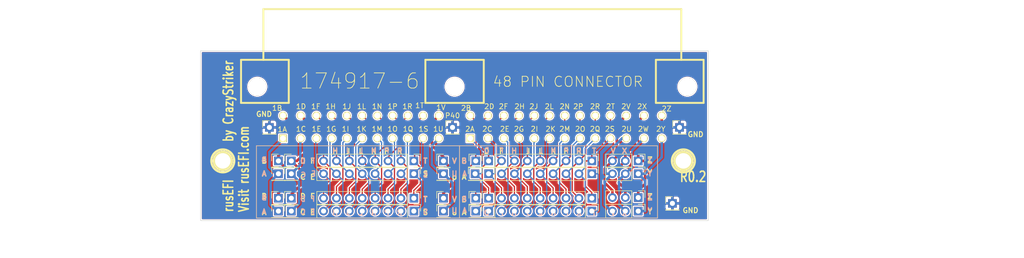
<source format=kicad_pcb>
(kicad_pcb (version 20171130) (host pcbnew "(5.1.2)-1")
  (title_block (title "ECU adapter") (date 2017-02-05) (rev R0.2) (company DAECU))
  (layers (0 F.Cu signal) (31 B.Cu signal) (34 B.Paste user) (35 F.Paste user) (36 B.SilkS user) (37 F.SilkS user) (38 B.Mask user) (39 F.Mask user) (44 Edge.Cuts user))
  (net 0 "")
  (net 1 GND)
  (net 2 "Net-(P1-Pad1)")
  (net 3 "Net-(P1-Pad2)")
  (net 4 "Net-(P1-Pad3)")
  (net 5 "Net-(P10-Pad1)")
  (net 6 "Net-(P11-Pad1)")
  (net 7 "Net-(P12-Pad1)")
  (net 8 "Net-(P14-Pad1)")
  (net 9 "Net-(P14-Pad2)")
  (net 10 "Net-(P14-Pad3)")
  (net 11 "Net-(P15-Pad1)")
  (net 12 "Net-(P16-Pad1)")
  (net 13 "Net-(P17-Pad1)")
  (net 14 "Net-(P18-Pad1)")
  (net 15 "Net-(P19-Pad1)")
  (net 16 "Net-(P20-Pad1)")
  (net 17 "Net-(P21-Pad1)")
  (net 18 "Net-(P25-Pad45)")
  (net 19 "Net-(P25-Pad37)")
  (net 20 "Net-(P25-Pad38)")
  (net 21 "Net-(P25-Pad46)")
  (net 22 "Net-(P25-Pad48)")
  (net 23 "Net-(P25-Pad40)")
  (net 24 "Net-(P25-Pad39)")
  (net 25 "Net-(P25-Pad47)")
  (net 26 "Net-(P25-Pad43)")
  (net 27 "Net-(P25-Pad35)")
  (net 28 "Net-(P25-Pad36)")
  (net 29 "Net-(P25-Pad44)")
  (net 30 "Net-(P25-Pad42)")
  (net 31 "Net-(P25-Pad34)")
  (net 32 "Net-(P25-Pad33)")
  (net 33 "Net-(P25-Pad41)")
  (net 34 "Net-(P25-Pad21)")
  (net 35 "Net-(P25-Pad29)")
  (net 36 "Net-(P25-Pad22)")
  (net 37 "Net-(P25-Pad30)")
  (net 38 "Net-(P25-Pad24)")
  (net 39 "Net-(P25-Pad32)")
  (net 40 "Net-(P25-Pad23)")
  (net 41 "Net-(P25-Pad31)")
  (net 42 "Net-(P25-Pad19)")
  (net 43 "Net-(P25-Pad27)")
  (net 44 "Net-(P25-Pad20)")
  (net 45 "Net-(P25-Pad28)")
  (net 46 "Net-(P25-Pad18)")
  (net 47 "Net-(P25-Pad26)")
  (net 48 "Net-(P25-Pad17)")
  (net 49 "Net-(P25-Pad25)")
  (net 50 "Net-(P25-Pad1Q)")
  (net 51 "Net-(P26-Pad2)")
  (net 52 "Net-(P25-Pad1S)")
  (net 53 "Net-(P25-Pad1T)")
  (net 54 "Net-(P25-Pad1U)")
  (net 55 "Net-(P25-Pad1V)")
  (net 56 "Net-(P25-Pad2A)")
  (net 57 "Net-(P25-Pad2B)")
  (net 58 "Net-(P25-Pad2J)")
  (net 59 "Net-(P25-Pad2I)")
  (net 60 "Net-(P25-Pad2H)")
  (net 61 "Net-(P25-Pad2G)")
  (net 62 "Net-(P25-Pad2F)")
  (net 63 "Net-(P25-Pad2E)")
  (net 64 "Net-(P25-Pad2D)")
  (net 65 "Net-(P25-Pad2C)")
  (net 66 "Net-(P25-Pad2K)")
  (net 67 "Net-(P25-Pad2L)")
  (net 68 "Net-(P25-Pad2M)")
  (net 69 "Net-(P25-Pad2N)")
  (net 70 "Net-(P25-Pad2O)")
  (net 71 "Net-(P25-Pad2P)")
  (net 72 "Net-(P25-Pad2Q)")
  (net 73 "Net-(P25-Pad2R)")
  (net 74 "Net-(P25-Pad2Z)")
  (net 75 "Net-(P25-Pad2Y)")
  (net 76 "Net-(P25-Pad2X)")
  (net 77 "Net-(P25-Pad2W)")
  (net 78 "Net-(P25-Pad2V)")
  (net 79 "Net-(P25-Pad2U)")
  (net 80 "Net-(P25-Pad2T)")
  (net 81 "Net-(P25-Pad2S)")
  (module Connector_PinHeader_2.54mm:PinHeader_1x03_P2.54mm_Vertical (layer F.Cu) (at 139.7 69.469 270)
    (fp_text reference P2 hide)
    (fp_text value CONN_3)
    (pad 3 thru_hole oval (at 0 5.08 270) (size 1.7 1.7) (drill 1) (layers *.Cu *.Mask) (net 10 "Net-(P14-Pad3)"))
    (pad 2 thru_hole oval (at 0 2.54 270) (size 1.7 1.7) (drill 1) (layers *.Cu *.Mask) (net 9 "Net-(P14-Pad2)"))
    (pad 1 thru_hole rect (at 0 0 270) (size 1.7 1.7) (drill 1) (layers *.Cu *.Mask) (net 8 "Net-(P14-Pad1)"))
  )
  (module connector:174917 (layer F.Cu) (at 69.723 57.785)
    (fp_text reference P25 hide)
    (fp_text value 174917 hide)
    (fp_text user "48 PIN CONNECTOR" (at 56.134 -11.176) (layer F.SilkS) (effects (font (size 2 2))))
    (fp_text user 174917-6 (at 15.113 -11.303) (layer F.SilkS) (effects (font (size 3 3))))
    (fp_text user 2Z (at 75.565 -5.842) (layer F.SilkS))
    (fp_text user 2Y (at 74.422 -1.841) (layer F.SilkS))
    (fp_text user 2X (at 70.739 -6.294) (layer F.SilkS))
    (fp_text user 2W (at 70.993 -1.841) (layer F.SilkS))
    (fp_text user 2V (at 67.564 -6.294) (layer F.SilkS))
    (fp_text user 2U (at 67.691 -1.841) (layer F.SilkS))
    (fp_text user 2T (at 64.516 -6.294) (layer F.SilkS))
    (fp_text user 2S (at 64.389 -1.841) (layer F.SilkS))
    (fp_text user 2R (at 61.468 -6.294) (layer F.SilkS))
    (fp_text user 2Q (at 61.468 -1.841) (layer F.SilkS))
    (fp_text user 2P (at 58.166 -6.294) (layer F.SilkS))
    (fp_text user 2O (at 58.547 -1.841) (layer F.SilkS))
    (fp_text user 2N (at 55.499 -6.294) (layer F.SilkS))
    (fp_text user 2M (at 55.499 -1.841) (layer F.SilkS))
    (fp_text user 2L (at 52.451 -6.294) (layer F.SilkS))
    (fp_text user 2K (at 52.705 -1.841) (layer F.SilkS))
    (fp_text user 2J (at 49.403 -6.294) (layer F.SilkS))
    (fp_text user 2I (at 49.53 -1.841) (layer F.SilkS))
    (fp_text user 2H (at 46.609 -6.294) (layer F.SilkS))
    (fp_text user 2G (at 46.482 -1.841) (layer F.SilkS))
    (fp_text user 2F (at 43.434 -6.294) (layer F.SilkS))
    (fp_text user 2E (at 43.688 -1.841) (layer F.SilkS))
    (fp_text user 2D (at 40.64 -6.294) (layer F.SilkS))
    (fp_text user 2C (at 40.259 -1.841) (layer F.SilkS))
    (fp_text user 2B (at 36.068 -5.969) (layer F.SilkS))
    (fp_text user 2A (at 36.83 -1.841) (layer F.SilkS))
    (fp_text user 1V (at 31.115 -6.096) (layer F.SilkS))
    (fp_text user 1U (at 30.607 -1.841) (layer F.SilkS))
    (fp_text user 1T (at 26.924 -6.477) (layer F.SilkS))
    (fp_text user 1S (at 27.686 -1.841) (layer F.SilkS))
    (fp_text user 1R (at 24.511 -6.294) (layer F.SilkS))
    (fp_text user 1Q (at 24.638 -1.841) (layer F.SilkS))
    (fp_text user 1P (at 21.59 -6.294) (layer F.SilkS))
    (fp_text user 1O (at 21.59 -1.841) (layer F.SilkS))
    (fp_text user 1N (at 18.542 -6.294) (layer F.SilkS))
    (fp_text user 1M (at 18.542 -1.841) (layer F.SilkS))
    (fp_text user 1L (at 15.494 -6.294) (layer F.SilkS))
    (fp_text user 1K (at 15.494 -1.841) (layer F.SilkS))
    (fp_text user 1J (at 12.573 -6.294) (layer F.SilkS))
    (fp_text user 1I (at 12.319 -1.841) (layer F.SilkS))
    (fp_text user 1H (at 9.398 -6.294) (layer F.SilkS))
    (fp_text user 1G (at 9.525 -1.841) (layer F.SilkS))
    (fp_text user 1F (at 6.477 -6.294) (layer F.SilkS))
    (fp_text user 1E (at 6.604 -1.841) (layer F.SilkS))
    (fp_text user 1D (at 3.556 -6.294) (layer F.SilkS))
    (fp_text user 1C (at 3.556 -1.841) (layer F.SilkS))
    (fp_text user 1B (at -1.143 -5.969) (layer F.SilkS))
    (fp_text user 1A (at -0.127 -1.778) (layer F.SilkS))
    (pad 16 thru_hole circle (at 0.00254 -4.50088 180) (size 1.5 1.5) (drill 1.09982) (layers *.Cu *.Mask F.SilkS))
    (pad 13 thru_hole rect (at 0.00254 0) (size 1.5 1.5) (drill 1.09982) (layers *.Cu *.Mask F.SilkS))
    (pad 12 thru_hole circle (at 3.50012 0) (size 1.5 1.5) (drill 1.09982) (layers *.Cu *.Mask F.SilkS))
    (pad 15 thru_hole circle (at 3.50012 -4.50088 180) (size 1.5 1.5) (drill 1.09982) (layers *.Cu *.Mask F.SilkS))
    (pad 45 thru_hole circle (at 15.60068 -4.50088 180) (size 1.5 1.5) (drill 1.09982) (layers *.Cu *.Mask F.SilkS))
    (pad 37 thru_hole circle (at 15.60068 0) (size 1.5 1.5) (drill 1.09982) (layers *.Cu *.Mask F.SilkS))
    (pad 38 thru_hole circle (at 12.60094 0) (size 1.5 1.5) (drill 1.09982) (layers *.Cu *.Mask F.SilkS))
    (pad 46 thru_hole circle (at 12.60094 -4.50088 180) (size 1.5 1.5) (drill 1.09982) (layers *.Cu *.Mask F.SilkS))
    (pad 48 thru_hole circle (at 6.60146 -4.50088 180) (size 1.5 1.5) (drill 1.09982) (layers *.Cu *.Mask F.SilkS))
    (pad 40 thru_hole circle (at 6.60146 0) (size 1.5 1.5) (drill 1.09982) (layers *.Cu *.Mask F.SilkS))
    (pad 39 thru_hole circle (at 9.6012 0) (size 1.5 1.5) (drill 1.09982) (layers *.Cu *.Mask F.SilkS))
    (pad 47 thru_hole circle (at 9.6012 -4.50088 180) (size 1.5 1.5) (drill 1.09982) (layers *.Cu *.Mask F.SilkS))
    (pad 43 thru_hole circle (at 21.60016 -4.50088 180) (size 1.5 1.5) (drill 1.09982) (layers *.Cu *.Mask F.SilkS))
    (pad 35 thru_hole circle (at 21.60016 0) (size 1.5 1.5) (drill 1.09982) (layers *.Cu *.Mask F.SilkS))
    (pad 36 thru_hole circle (at 18.60042 0) (size 1.5 1.5) (drill 1.09982) (layers *.Cu *.Mask F.SilkS))
    (pad 44 thru_hole circle (at 18.60042 -4.50088 180) (size 1.5 1.5) (drill 1.09982) (layers *.Cu *.Mask F.SilkS))
    (pad 42 thru_hole circle (at 24.5999 -4.50088 180) (size 1.5 1.5) (drill 1.09982) (layers *.Cu *.Mask F.SilkS))
    (pad 34 thru_hole circle (at 24.5999 0) (size 1.5 1.5) (drill 1.09982) (layers *.Cu *.Mask F.SilkS))
    (pad 33 thru_hole circle (at 27.59964 0) (size 1.5 1.5) (drill 1.09982) (layers *.Cu *.Mask F.SilkS))
    (pad 41 thru_hole circle (at 27.59964 -4.50088 180) (size 1.5 1.5) (drill 1.09982) (layers *.Cu *.Mask F.SilkS))
    (pad 14 thru_hole circle (at 30.70098 -4.50088 180) (size 1.5 1.5) (drill 1.09982) (layers *.Cu *.Mask F.SilkS))
    (pad 11 thru_hole circle (at 30.70098 0) (size 1.5 1.5) (drill 1.09982) (layers *.Cu *.Mask F.SilkS))
    (pad 4 thru_hole circle (at 40.40124 0) (size 1.5 1.5) (drill 1.09982) (layers *.Cu *.Mask F.SilkS))
    (pad 9 thru_hole circle (at 40.40124 -4.50088 180) (size 1.5 1.5) (drill 1.09982) (layers *.Cu *.Mask F.SilkS))
    (pad 5 thru_hole rect (at 36.90112 0) (size 1.5 1.5) (drill 1.09982) (layers *.Cu *.Mask F.SilkS))
    (pad 10 thru_hole circle (at 36.90112 -4.50088 180) (size 1.5 1.5) (drill 1.09982) (layers *.Cu *.Mask F.SilkS))
    (pad 21 thru_hole circle (at 52.50434 0) (size 1.5 1.5) (drill 1.09982) (layers *.Cu *.Mask F.SilkS))
    (pad 29 thru_hole circle (at 52.50434 -4.50088 180) (size 1.5 1.5) (drill 1.09982) (layers *.Cu *.Mask F.SilkS))
    (pad 22 thru_hole circle (at 49.5046 0) (size 1.5 1.5) (drill 1.09982) (layers *.Cu *.Mask F.SilkS))
    (pad 30 thru_hole circle (at 49.5046 -4.50088 180) (size 1.5 1.5) (drill 1.09982) (layers *.Cu *.Mask F.SilkS))
    (pad 24 thru_hole circle (at 43.50512 0) (size 1.5 1.5) (drill 1.09982) (layers *.Cu *.Mask F.SilkS))
    (pad 32 thru_hole circle (at 43.50512 -4.50088 180) (size 1.5 1.5) (drill 1.09982) (layers *.Cu *.Mask F.SilkS))
    (pad 23 thru_hole circle (at 46.50486 0) (size 1.5 1.5) (drill 1.09982) (layers *.Cu *.Mask F.SilkS))
    (pad 31 thru_hole circle (at 46.50486 -4.50088 180) (size 1.5 1.5) (drill 1.09982) (layers *.Cu *.Mask F.SilkS))
    (pad 19 thru_hole circle (at 58.50382 0) (size 1.5 1.5) (drill 1.09982) (layers *.Cu *.Mask F.SilkS))
    (pad 27 thru_hole circle (at 58.50382 -4.50088 180) (size 1.5 1.5) (drill 1.09982) (layers *.Cu *.Mask F.SilkS))
    (pad 20 thru_hole circle (at 55.50408 0) (size 1.5 1.5) (drill 1.09982) (layers *.Cu *.Mask F.SilkS))
    (pad 28 thru_hole circle (at 55.50408 -4.50088 180) (size 1.5 1.5) (drill 1.09982) (layers *.Cu *.Mask F.SilkS))
    (pad 18 thru_hole circle (at 61.50356 0) (size 1.5 1.5) (drill 1.09982) (layers *.Cu *.Mask F.SilkS))
    (pad 26 thru_hole circle (at 61.50356 -4.50088 180) (size 1.5 1.5) (drill 1.09982) (layers *.Cu *.Mask F.SilkS))
    (pad 17 thru_hole circle (at 64.5033 0) (size 1.5 1.5) (drill 1.09982) (layers *.Cu *.Mask F.SilkS))
    (pad 25 thru_hole circle (at 64.5033 -4.50088 180) (size 1.5 1.5) (drill 1.09982) (layers *.Cu *.Mask F.SilkS))
    (pad 3 thru_hole circle (at 67.60464 0) (size 1.5 1.5) (drill 1.09982) (layers *.Cu *.Mask F.SilkS))
    (pad 8 thru_hole circle (at 67.60464 -4.50088 180) (size 1.5 1.5) (drill 1.09982) (layers *.Cu *.Mask F.SilkS))
    (pad 2 thru_hole circle (at 71.10476 0) (size 1.5 1.5) (drill 1.09982) (layers *.Cu *.Mask F.SilkS))
    (pad 7 thru_hole circle (at 71.10476 -4.50088 180) (size 1.5 1.5) (drill 1.09982) (layers *.Cu *.Mask F.SilkS))
    (pad "" thru_hole circle (at -5.04952 -10.20064) (size 3.50012 3.50012) (drill 3.50012) (layers *.Cu *.Mask F.SilkS))
    (pad "" thru_hole circle (at 33.80486 -10.20064) (size 3.50012 3.50012) (drill 3.50012) (layers *.Cu *.Mask F.SilkS))
    (pad 1 thru_hole circle (at 74.60488 0) (size 1.5 1.5) (drill 1.09982) (layers *.Cu *.Mask F.SilkS))
    (pad 6 thru_hole circle (at 74.60488 -4.50088 180) (size 1.5 1.5) (drill 1.09982) (layers *.Cu *.Mask F.SilkS))
    (pad "" thru_hole circle (at 79.6544 -10.20064) (size 3.50012 3.50012) (drill 3.50012) (layers *.Cu *.Mask F.SilkS))
  )
  (module 1pin (layer F.Cu) (at 57.88 62.23)
    (fp_text reference 1PIN hide)
    (fp_text value P*** hide)
    (pad 1 thru_hole circle (at 0 0) (size 4.064 4.064) (drill 3.048) (layers *.Cu *.Mask F.SilkS))
  )
  (module 1pin (layer F.Cu) (at 148.59 62.23)
    (fp_text reference 1PIN hide)
    (fp_text value P*** hide)
    (pad 1 thru_hole circle (at 0 0) (size 4.064 4.064) (drill 3.048) (layers *.Cu *.Mask F.SilkS))
  )
  (module Connector_PinHeader_2.54mm:PinHeader_1x03_P2.54mm_Vertical (layer F.Cu) (at 139.7 72.136 270)
    (fp_text reference P1 hide)
    (fp_text value CONN_3)
    (pad 1 thru_hole rect (at 0 0 270) (size 1.7 1.7) (drill 1) (layers *.Cu *.Mask) (net 2 "Net-(P1-Pad1)"))
    (pad 2 thru_hole oval (at 0 2.54 270) (size 1.7 1.7) (drill 1) (layers *.Cu *.Mask) (net 3 "Net-(P1-Pad2)"))
    (pad 3 thru_hole oval (at 0 5.08 270) (size 1.7 1.7) (drill 1) (layers *.Cu *.Mask) (net 4 "Net-(P1-Pad3)"))
  )
  (module Connector_PinHeader_2.54mm:PinHeader_1x01_P2.54mm_Vertical (layer F.Cu) (at 110.236 72.136)
    (fp_text reference P3 hide)
    (fp_text value CONN_1)
    (pad 1 thru_hole rect (at 0 0) (size 1.7 1.7) (drill 1) (layers *.Cu *.Mask) (net 11 "Net-(P15-Pad1)"))
  )
  (module Connector_PinHeader_2.54mm:PinHeader_1x01_P2.54mm_Vertical (layer F.Cu) (at 107.696 72.136)
    (fp_text reference P4 hide)
    (fp_text value CONN_1)
    (pad 1 thru_hole rect (at 0 0) (size 1.7 1.7) (drill 1) (layers *.Cu *.Mask) (net 12 "Net-(P16-Pad1)"))
  )
  (module Connector_PinHeader_2.54mm:PinHeader_1x01_P2.54mm_Vertical (layer F.Cu) (at 110.236 69.596)
    (fp_text reference P5 hide)
    (fp_text value CONN_1)
    (pad 1 thru_hole rect (at 0 0) (size 1.7 1.7) (drill 1) (layers *.Cu *.Mask) (net 13 "Net-(P17-Pad1)"))
  )
  (module Connector_PinHeader_2.54mm:PinHeader_1x01_P2.54mm_Vertical (layer F.Cu) (at 107.696 69.596)
    (fp_text reference P6 hide)
    (fp_text value CONN_1)
    (pad 1 thru_hole rect (at 0 0) (size 1.7 1.7) (drill 1) (layers *.Cu *.Mask) (net 14 "Net-(P18-Pad1)"))
  )
  (module Connector_PinHeader_2.54mm:PinHeader_1x01_P2.54mm_Vertical (layer F.Cu) (at 101.346 72.136)
    (fp_text reference P7 hide)
    (fp_text value CONN_1)
    (pad 1 thru_hole rect (at 0 0) (size 1.7 1.7) (drill 1) (layers *.Cu *.Mask) (net 15 "Net-(P19-Pad1)"))
  )
  (module Connector_PinHeader_2.54mm:PinHeader_1x01_P2.54mm_Vertical (layer F.Cu) (at 101.346 69.596)
    (fp_text reference P8 hide)
    (fp_text value CONN_1)
    (pad 1 thru_hole rect (at 0 0) (size 1.7 1.7) (drill 1) (layers *.Cu *.Mask) (net 16 "Net-(P20-Pad1)"))
  )
  (module Connector_PinHeader_2.54mm:PinHeader_1x01_P2.54mm_Vertical (layer F.Cu) (at 71.374 72.136)
    (fp_text reference P9 hide)
    (fp_text value CONN_1)
    (pad 1 thru_hole rect (at 0 0) (size 1.7 1.7) (drill 1) (layers *.Cu *.Mask) (net 17 "Net-(P21-Pad1)"))
  )
  (module Connector_PinHeader_2.54mm:PinHeader_1x01_P2.54mm_Vertical (layer F.Cu) (at 68.834 72.136)
    (fp_text reference P10 hide)
    (fp_text value CONN_1)
    (pad 1 thru_hole rect (at 0 0) (size 1.7 1.7) (drill 1) (layers *.Cu *.Mask) (net 5 "Net-(P10-Pad1)"))
  )
  (module Connector_PinHeader_2.54mm:PinHeader_1x01_P2.54mm_Vertical (layer F.Cu) (at 71.374 69.596)
    (fp_text reference P11 hide)
    (fp_text value CONN_1)
    (pad 1 thru_hole rect (at 0 0) (size 1.7 1.7) (drill 1) (layers *.Cu *.Mask) (net 6 "Net-(P11-Pad1)"))
  )
  (module Connector_PinHeader_2.54mm:PinHeader_1x01_P2.54mm_Vertical (layer F.Cu) (at 68.834 69.596)
    (fp_text reference P12 hide)
    (fp_text value CONN_1)
    (pad 1 thru_hole rect (at 0 0) (size 1.7 1.7) (drill 1) (layers *.Cu *.Mask) (net 7 "Net-(P12-Pad1)"))
  )
  (module Connector_PinHeader_2.54mm:PinHeader_1x03_P2.54mm_Vertical (layer F.Cu) (at 139.7 64.77 270)
    (fp_text reference P13 hide)
    (fp_text value CONN_3)
    (pad 3 thru_hole oval (at 0 5.08 270) (size 1.7 1.7) (drill 1) (layers *.Cu *.Mask) (net 4 "Net-(P1-Pad3)"))
    (pad 2 thru_hole oval (at 0 2.54 270) (size 1.7 1.7) (drill 1) (layers *.Cu *.Mask) (net 3 "Net-(P1-Pad2)"))
    (pad 1 thru_hole rect (at 0 0 270) (size 1.7 1.7) (drill 1) (layers *.Cu *.Mask) (net 2 "Net-(P1-Pad1)"))
  )
  (module Connector_PinHeader_2.54mm:PinHeader_1x03_P2.54mm_Vertical (layer F.Cu) (at 139.7 62.23 270)
    (fp_text reference P14 hide)
    (fp_text value CONN_3)
    (pad 1 thru_hole rect (at 0 0 270) (size 1.7 1.7) (drill 1) (layers *.Cu *.Mask) (net 8 "Net-(P14-Pad1)"))
    (pad 2 thru_hole oval (at 0 2.54 270) (size 1.7 1.7) (drill 1) (layers *.Cu *.Mask) (net 9 "Net-(P14-Pad2)"))
    (pad 3 thru_hole oval (at 0 5.08 270) (size 1.7 1.7) (drill 1) (layers *.Cu *.Mask) (net 10 "Net-(P14-Pad3)"))
  )
  (module Connector_PinHeader_2.54mm:PinHeader_1x01_P2.54mm_Vertical (layer F.Cu) (at 110.236 64.77)
    (fp_text reference P15 hide)
    (fp_text value CONN_1)
    (pad 1 thru_hole rect (at 0 0) (size 1.7 1.7) (drill 1) (layers *.Cu *.Mask) (net 11 "Net-(P15-Pad1)"))
  )
  (module Connector_PinHeader_2.54mm:PinHeader_1x01_P2.54mm_Vertical (layer F.Cu) (at 107.569 64.77)
    (fp_text reference P16 hide)
    (fp_text value CONN_1)
    (pad 1 thru_hole rect (at 0 0) (size 1.7 1.7) (drill 1) (layers *.Cu *.Mask) (net 12 "Net-(P16-Pad1)"))
  )
  (module Connector_PinHeader_2.54mm:PinHeader_1x01_P2.54mm_Vertical (layer F.Cu) (at 110.236 62.23)
    (fp_text reference P17 hide)
    (fp_text value CONN_1)
    (pad 1 thru_hole rect (at 0 0) (size 1.7 1.7) (drill 1) (layers *.Cu *.Mask) (net 13 "Net-(P17-Pad1)"))
  )
  (module Connector_PinHeader_2.54mm:PinHeader_1x01_P2.54mm_Vertical (layer F.Cu) (at 107.696 62.23)
    (fp_text reference P18 hide)
    (fp_text value CONN_1)
    (pad 1 thru_hole rect (at 0 0) (size 1.7 1.7) (drill 1) (layers *.Cu *.Mask) (net 14 "Net-(P18-Pad1)"))
  )
  (module Connector_PinHeader_2.54mm:PinHeader_1x01_P2.54mm_Vertical (layer F.Cu) (at 101.346 64.77)
    (fp_text reference P19 hide)
    (fp_text value CONN_1)
    (pad 1 thru_hole rect (at 0 0) (size 1.7 1.7) (drill 1) (layers *.Cu *.Mask) (net 15 "Net-(P19-Pad1)"))
  )
  (module Connector_PinHeader_2.54mm:PinHeader_1x01_P2.54mm_Vertical (layer F.Cu) (at 101.346 62.23)
    (fp_text reference P20 hide)
    (fp_text value CONN_1)
    (pad 1 thru_hole rect (at 0 0) (size 1.7 1.7) (drill 1) (layers *.Cu *.Mask) (net 16 "Net-(P20-Pad1)"))
  )
  (module Connector_PinHeader_2.54mm:PinHeader_1x01_P2.54mm_Vertical (layer F.Cu) (at 71.374 64.77)
    (fp_text reference P21 hide)
    (fp_text value CONN_1)
    (pad 1 thru_hole rect (at 0 0) (size 1.7 1.7) (drill 1) (layers *.Cu *.Mask) (net 17 "Net-(P21-Pad1)"))
  )
  (module Connector_PinHeader_2.54mm:PinHeader_1x01_P2.54mm_Vertical (layer F.Cu) (at 68.834 64.77)
    (fp_text reference P22 hide)
    (fp_text value CONN_1)
    (pad 1 thru_hole rect (at 0 0) (size 1.7 1.7) (drill 1) (layers *.Cu *.Mask) (net 5 "Net-(P10-Pad1)"))
  )
  (module Connector_PinHeader_2.54mm:PinHeader_1x01_P2.54mm_Vertical (layer F.Cu) (at 71.374 62.23)
    (fp_text reference P23 hide)
    (fp_text value CONN_1)
    (pad 1 thru_hole rect (at 0 0) (size 1.7 1.7) (drill 1) (layers *.Cu *.Mask) (net 6 "Net-(P11-Pad1)"))
  )
  (module Connector_PinHeader_2.54mm:PinHeader_1x01_P2.54mm_Vertical (layer F.Cu) (at 68.834 62.23)
    (fp_text reference P24 hide)
    (fp_text value CONN_1)
    (pad 1 thru_hole rect (at 0 0) (size 1.7 1.7) (drill 1) (layers *.Cu *.Mask) (net 7 "Net-(P12-Pad1)"))
  )
  (module Connector_PinHeader_2.54mm:PinHeader_1x08_P2.54mm_Vertical (layer F.Cu) (at 130.556 72.136 270)
    (fp_text reference P26 hide)
    (fp_text value CONN_8)
    (pad 1 thru_hole rect (at 0 0 270) (size 1.7 1.7) (drill 1) (layers *.Cu *.Mask) (net 50 "Net-(P25-Pad1Q)"))
    (pad 2 thru_hole oval (at 0 2.54 270) (size 1.7 1.7) (drill 1) (layers *.Cu *.Mask) (net 51 "Net-(P26-Pad2)"))
    (pad 3 thru_hole oval (at 0 5.08 270) (size 1.7 1.7) (drill 1) (layers *.Cu *.Mask) (net 52 "Net-(P25-Pad1S)"))
    (pad 4 thru_hole oval (at 0 7.62 270) (size 1.7 1.7) (drill 1) (layers *.Cu *.Mask) (net 53 "Net-(P25-Pad1T)"))
    (pad 5 thru_hole oval (at 0 10.16 270) (size 1.7 1.7) (drill 1) (layers *.Cu *.Mask) (net 54 "Net-(P25-Pad1U)"))
    (pad 6 thru_hole oval (at 0 12.7 270) (size 1.7 1.7) (drill 1) (layers *.Cu *.Mask) (net 55 "Net-(P25-Pad1V)"))
    (pad 7 thru_hole oval (at 0 15.24 270) (size 1.7 1.7) (drill 1) (layers *.Cu *.Mask) (net 56 "Net-(P25-Pad2A)"))
    (pad 8 thru_hole oval (at 0 17.78 270) (size 1.7 1.7) (drill 1) (layers *.Cu *.Mask) (net 57 "Net-(P25-Pad2B)"))
  )
  (module Connector_PinHeader_2.54mm:PinHeader_1x08_P2.54mm_Vertical (layer F.Cu) (at 130.556 69.596 270)
    (fp_text reference P27 hide)
    (fp_text value CONN_8)
    (pad 8 thru_hole oval (at 0 17.78 270) (size 1.7 1.7) (drill 1) (layers *.Cu *.Mask) (net 58 "Net-(P25-Pad2J)"))
    (pad 7 thru_hole oval (at 0 15.24 270) (size 1.7 1.7) (drill 1) (layers *.Cu *.Mask) (net 59 "Net-(P25-Pad2I)"))
    (pad 6 thru_hole oval (at 0 12.7 270) (size 1.7 1.7) (drill 1) (layers *.Cu *.Mask) (net 60 "Net-(P25-Pad2H)"))
    (pad 5 thru_hole oval (at 0 10.16 270) (size 1.7 1.7) (drill 1) (layers *.Cu *.Mask) (net 61 "Net-(P25-Pad2G)"))
    (pad 4 thru_hole oval (at 0 7.62 270) (size 1.7 1.7) (drill 1) (layers *.Cu *.Mask) (net 62 "Net-(P25-Pad2F)"))
    (pad 3 thru_hole oval (at 0 5.08 270) (size 1.7 1.7) (drill 1) (layers *.Cu *.Mask) (net 63 "Net-(P25-Pad2E)"))
    (pad 2 thru_hole oval (at 0 2.54 270) (size 1.7 1.7) (drill 1) (layers *.Cu *.Mask) (net 64 "Net-(P25-Pad2D)"))
    (pad 1 thru_hole rect (at 0 0 270) (size 1.7 1.7) (drill 1) (layers *.Cu *.Mask) (net 65 "Net-(P25-Pad2C)"))
  )
  (module Connector_PinHeader_2.54mm:PinHeader_1x08_P2.54mm_Vertical (layer F.Cu) (at 95.504 64.77 270)
    (fp_text reference P30 hide)
    (fp_text value CONN_8)
    (pad 1 thru_hole rect (at 0 0 270) (size 1.7 1.7) (drill 1) (layers *.Cu *.Mask) (net 66 "Net-(P25-Pad2K)"))
    (pad 2 thru_hole oval (at 0 2.54 270) (size 1.7 1.7) (drill 1) (layers *.Cu *.Mask) (net 67 "Net-(P25-Pad2L)"))
    (pad 3 thru_hole oval (at 0 5.08 270) (size 1.7 1.7) (drill 1) (layers *.Cu *.Mask) (net 68 "Net-(P25-Pad2M)"))
    (pad 4 thru_hole oval (at 0 7.62 270) (size 1.7 1.7) (drill 1) (layers *.Cu *.Mask) (net 69 "Net-(P25-Pad2N)"))
    (pad 5 thru_hole oval (at 0 10.16 270) (size 1.7 1.7) (drill 1) (layers *.Cu *.Mask) (net 70 "Net-(P25-Pad2O)"))
    (pad 6 thru_hole oval (at 0 12.7 270) (size 1.7 1.7) (drill 1) (layers *.Cu *.Mask) (net 71 "Net-(P25-Pad2P)"))
    (pad 7 thru_hole oval (at 0 15.24 270) (size 1.7 1.7) (drill 1) (layers *.Cu *.Mask) (net 72 "Net-(P25-Pad2Q)"))
    (pad 8 thru_hole oval (at 0 17.78 270) (size 1.7 1.7) (drill 1) (layers *.Cu *.Mask) (net 73 "Net-(P25-Pad2R)"))
  )
  (module Connector_PinHeader_2.54mm:PinHeader_1x08_P2.54mm_Vertical (layer F.Cu) (at 95.504 62.23 270)
    (fp_text reference P31 hide)
    (fp_text value CONN_8)
    (pad 8 thru_hole oval (at 0 17.78 270) (size 1.7 1.7) (drill 1) (layers *.Cu *.Mask) (net 74 "Net-(P25-Pad2Z)"))
    (pad 7 thru_hole oval (at 0 15.24 270) (size 1.7 1.7) (drill 1) (layers *.Cu *.Mask) (net 75 "Net-(P25-Pad2Y)"))
    (pad 6 thru_hole oval (at 0 12.7 270) (size 1.7 1.7) (drill 1) (layers *.Cu *.Mask) (net 76 "Net-(P25-Pad2X)"))
    (pad 5 thru_hole oval (at 0 10.16 270) (size 1.7 1.7) (drill 1) (layers *.Cu *.Mask) (net 77 "Net-(P25-Pad2W)"))
    (pad 4 thru_hole oval (at 0 7.62 270) (size 1.7 1.7) (drill 1) (layers *.Cu *.Mask) (net 78 "Net-(P25-Pad2V)"))
    (pad 3 thru_hole oval (at 0 5.08 270) (size 1.7 1.7) (drill 1) (layers *.Cu *.Mask) (net 79 "Net-(P25-Pad2U)"))
    (pad 2 thru_hole oval (at 0 2.54 270) (size 1.7 1.7) (drill 1) (layers *.Cu *.Mask) (net 80 "Net-(P25-Pad2T)"))
    (pad 1 thru_hole rect (at 0 0 270) (size 1.7 1.7) (drill 1) (layers *.Cu *.Mask) (net 81 "Net-(P25-Pad2S)"))
  )
  (module Connector_PinHeader_2.54mm:PinHeader_1x08_P2.54mm_Vertical (layer F.Cu) (at 130.556 64.77 270)
    (fp_text reference P32 hide)
    (fp_text value CONN_8)
    (pad 8 thru_hole oval (at 0 17.78 270) (size 1.7 1.7) (drill 1) (layers *.Cu *.Mask) (net 57 "Net-(P25-Pad2B)"))
    (pad 7 thru_hole oval (at 0 15.24 270) (size 1.7 1.7) (drill 1) (layers *.Cu *.Mask) (net 56 "Net-(P25-Pad2A)"))
    (pad 6 thru_hole oval (at 0 12.7 270) (size 1.7 1.7) (drill 1) (layers *.Cu *.Mask) (net 55 "Net-(P25-Pad1V)"))
    (pad 5 thru_hole oval (at 0 10.16 270) (size 1.7 1.7) (drill 1) (layers *.Cu *.Mask) (net 54 "Net-(P25-Pad1U)"))
    (pad 4 thru_hole oval (at 0 7.62 270) (size 1.7 1.7) (drill 1) (layers *.Cu *.Mask) (net 53 "Net-(P25-Pad1T)"))
    (pad 3 thru_hole oval (at 0 5.08 270) (size 1.7 1.7) (drill 1) (layers *.Cu *.Mask) (net 52 "Net-(P25-Pad1S)"))
    (pad 2 thru_hole oval (at 0 2.54 270) (size 1.7 1.7) (drill 1) (layers *.Cu *.Mask) (net 51 "Net-(P26-Pad2)"))
    (pad 1 thru_hole rect (at 0 0 270) (size 1.7 1.7) (drill 1) (layers *.Cu *.Mask) (net 50 "Net-(P25-Pad1Q)"))
  )
  (module Connector_PinHeader_2.54mm:PinHeader_1x08_P2.54mm_Vertical (layer F.Cu) (at 130.556 62.23 270)
    (fp_text reference P33 hide)
    (fp_text value CONN_8)
    (pad 1 thru_hole rect (at 0 0 270) (size 1.7 1.7) (drill 1) (layers *.Cu *.Mask) (net 65 "Net-(P25-Pad2C)"))
    (pad 2 thru_hole oval (at 0 2.54 270) (size 1.7 1.7) (drill 1) (layers *.Cu *.Mask) (net 64 "Net-(P25-Pad2D)"))
    (pad 3 thru_hole oval (at 0 5.08 270) (size 1.7 1.7) (drill 1) (layers *.Cu *.Mask) (net 63 "Net-(P25-Pad2E)"))
    (pad 4 thru_hole oval (at 0 7.62 270) (size 1.7 1.7) (drill 1) (layers *.Cu *.Mask) (net 62 "Net-(P25-Pad2F)"))
    (pad 5 thru_hole oval (at 0 10.16 270) (size 1.7 1.7) (drill 1) (layers *.Cu *.Mask) (net 61 "Net-(P25-Pad2G)"))
    (pad 6 thru_hole oval (at 0 12.7 270) (size 1.7 1.7) (drill 1) (layers *.Cu *.Mask) (net 60 "Net-(P25-Pad2H)"))
    (pad 7 thru_hole oval (at 0 15.24 270) (size 1.7 1.7) (drill 1) (layers *.Cu *.Mask) (net 59 "Net-(P25-Pad2I)"))
    (pad 8 thru_hole oval (at 0 17.78 270) (size 1.7 1.7) (drill 1) (layers *.Cu *.Mask) (net 58 "Net-(P25-Pad2J)"))
  )
  (module Connector_PinHeader_2.54mm:PinHeader_1x08_P2.54mm_Vertical (layer F.Cu) (at 95.504 72.136 270)
    (fp_text reference P36 hide)
    (fp_text value CONN_8)
    (pad 8 thru_hole oval (at 0 17.78 270) (size 1.7 1.7) (drill 1) (layers *.Cu *.Mask) (net 73 "Net-(P25-Pad2R)"))
    (pad 7 thru_hole oval (at 0 15.24 270) (size 1.7 1.7) (drill 1) (layers *.Cu *.Mask) (net 72 "Net-(P25-Pad2Q)"))
    (pad 6 thru_hole oval (at 0 12.7 270) (size 1.7 1.7) (drill 1) (layers *.Cu *.Mask) (net 71 "Net-(P25-Pad2P)"))
    (pad 5 thru_hole oval (at 0 10.16 270) (size 1.7 1.7) (drill 1) (layers *.Cu *.Mask) (net 70 "Net-(P25-Pad2O)"))
    (pad 4 thru_hole oval (at 0 7.62 270) (size 1.7 1.7) (drill 1) (layers *.Cu *.Mask) (net 69 "Net-(P25-Pad2N)"))
    (pad 3 thru_hole oval (at 0 5.08 270) (size 1.7 1.7) (drill 1) (layers *.Cu *.Mask) (net 68 "Net-(P25-Pad2M)"))
    (pad 2 thru_hole oval (at 0 2.54 270) (size 1.7 1.7) (drill 1) (layers *.Cu *.Mask) (net 67 "Net-(P25-Pad2L)"))
    (pad 1 thru_hole rect (at 0 0 270) (size 1.7 1.7) (drill 1) (layers *.Cu *.Mask) (net 66 "Net-(P25-Pad2K)"))
  )
  (module Connector_PinHeader_2.54mm:PinHeader_1x08_P2.54mm_Vertical (layer F.Cu) (at 95.504 69.596 270)
    (fp_text reference P37 hide)
    (fp_text value CONN_8)
    (pad 1 thru_hole rect (at 0 0 270) (size 1.7 1.7) (drill 1) (layers *.Cu *.Mask) (net 81 "Net-(P25-Pad2S)"))
    (pad 2 thru_hole oval (at 0 2.54 270) (size 1.7 1.7) (drill 1) (layers *.Cu *.Mask) (net 80 "Net-(P25-Pad2T)"))
    (pad 3 thru_hole oval (at 0 5.08 270) (size 1.7 1.7) (drill 1) (layers *.Cu *.Mask) (net 79 "Net-(P25-Pad2U)"))
    (pad 4 thru_hole oval (at 0 7.62 270) (size 1.7 1.7) (drill 1) (layers *.Cu *.Mask) (net 78 "Net-(P25-Pad2V)"))
    (pad 5 thru_hole oval (at 0 10.16 270) (size 1.7 1.7) (drill 1) (layers *.Cu *.Mask) (net 77 "Net-(P25-Pad2W)"))
    (pad 6 thru_hole oval (at 0 12.7 270) (size 1.7 1.7) (drill 1) (layers *.Cu *.Mask) (net 76 "Net-(P25-Pad2X)"))
    (pad 7 thru_hole oval (at 0 15.24 270) (size 1.7 1.7) (drill 1) (layers *.Cu *.Mask) (net 75 "Net-(P25-Pad2Y)"))
    (pad 8 thru_hole oval (at 0 17.78 270) (size 1.7 1.7) (drill 1) (layers *.Cu *.Mask) (net 74 "Net-(P25-Pad2Z)"))
  )
  (module Connector_PinHeader_2.54mm:PinHeader_1x01_P2.54mm_Vertical (layer F.Cu) (at 146.431 70.612)
    (fp_text reference P38 hide)
    (fp_text value CONN_1)
    (pad 1 thru_hole rect (at 0 0) (size 1.7 1.7) (drill 1) (layers *.Cu *.Mask) (net 1 GND))
  )
  (module Connector_PinHeader_2.54mm:PinHeader_1x01_P2.54mm_Vertical (layer F.Cu) (at 147.828 55.626)
    (fp_text reference P39 hide)
    (fp_text value CONN_1)
    (pad 1 thru_hole rect (at 0 0) (size 1.7 1.7) (drill 1) (layers *.Cu *.Mask) (net 1 GND))
  )
  (module Connector_PinHeader_2.54mm:PinHeader_1x01_P2.54mm_Vertical (layer F.Cu) (at 103.124 55.626)
    (fp_text reference P40 (at 0 -2.33) (layer F.SilkS))
    (fp_text value CONN_1)
    (pad 1 thru_hole rect (at 0 0) (size 1.7 1.7) (drill 1) (layers *.Cu *.Mask) (net 1 GND))
  )
  (module Connector_PinHeader_2.54mm:PinHeader_1x01_P2.54mm_Vertical (layer F.Cu) (at 67.056 55.626)
    (fp_text reference P41 hide)
    (fp_text value CONN_1)
    (pad 1 thru_hole rect (at 0 0) (size 1.7 1.7) (drill 1) (layers *.Cu *.Mask) (net 1 GND))
  )
  (gr_text "T\n" (at 131 60.25) (layer B.SilkS) (effects (font (size 1.016 1.016) (thickness 0.22352)) (justify mirror)))
  (gr_text V (at 134.75 60.25) (layer B.SilkS) (effects (font (size 1.016 1.016) (thickness 0.22352)) (justify mirror)))
  (gr_text D (at 109.855 60.175) (layer B.SilkS) (effects (font (size 1.016 1.016) (thickness 0.22352)) (justify mirror)))
  (gr_text F (at 112.75 60.175) (layer B.SilkS) (effects (font (size 1.016 1.016) (thickness 0.22352)) (justify mirror)))
  (gr_text H (at 115.25 60.25) (layer B.SilkS) (effects (font (size 1.016 1.016) (thickness 0.22352)) (justify mirror)))
  (gr_text J (at 118 60.175) (layer B.SilkS) (effects (font (size 1.016 1.016) (thickness 0.22352)) (justify mirror)))
  (gr_text L (at 120.5 60.175) (layer B.SilkS) (effects (font (size 1.016 1.016) (thickness 0.22352)) (justify mirror)))
  (gr_text N (at 123 60.175) (layer B.SilkS) (effects (font (size 1.016 1.016) (thickness 0.22352)) (justify mirror)))
  (gr_text P (at 125.5 60.175) (layer B.SilkS) (effects (font (size 1.016 1.016) (thickness 0.22352)) (justify mirror)))
  (gr_text R (at 128 60.25) (layer B.SilkS) (effects (font (size 1.016 1.016) (thickness 0.22352)) (justify mirror)))
  (gr_text J (at 82.55 60.175) (layer B.SilkS) (effects (font (size 1.016 1.016) (thickness 0.22352)) (justify mirror)))
  (gr_text H (at 80.01 60.175) (layer B.SilkS) (effects (font (size 1.016 1.016) (thickness 0.22352)) (justify mirror)))
  (gr_text L (at 85.09 60.175) (layer B.SilkS) (effects (font (size 1.016 1.016) (thickness 0.22352)) (justify mirror)))
  (gr_text N (at 87.63 60.175) (layer B.SilkS) (effects (font (size 1.016 1.016) (thickness 0.22352)) (justify mirror)))
  (gr_text P (at 90.17 60.175) (layer B.SilkS) (effects (font (size 1.016 1.016) (thickness 0.22352)) (justify mirror)))
  (gr_text R (at 92.71 60.175) (layer B.SilkS) (effects (font (size 1.016 1.016) (thickness 0.22352)) (justify mirror)))
  (gr_text X (at 137 60.25) (layer B.SilkS) (effects (font (size 1.016 1.016) (thickness 0.22352)) (justify mirror)))
  (gr_line (start 64.5 59.25) (end 64.5 73.5) (layer B.SilkS) (width 0.1))
  (gr_line (start 104.5 73.5) (end 104.5 59.25) (layer B.SilkS) (width 0.1))
  (gr_line (start 143.5 73.5) (end 104.5 73.5) (layer B.SilkS) (width 0.1))
  (gr_line (start 104.5 59.25) (end 143.5 59.25) (layer B.SilkS) (width 0.1))
  (gr_line (start 143.5 59.25) (end 143.5 73.5) (layer B.SilkS) (width 0.1))
  (gr_line (start 64.5 73.5) (end 104.5 73.5) (layer B.SilkS) (width 0.1))
  (gr_line (start 104.5 59.25) (end 64.5 59.25) (layer B.SilkS) (width 0.1))
  (gr_text "T\n" (at 131 72.5) (layer B.SilkS) (effects (font (size 1.016 1.016) (thickness 0.22352)) (justify mirror)))
  (gr_text V (at 134.75 72.5) (layer B.SilkS) (effects (font (size 1.016 1.016) (thickness 0.22352)) (justify mirror)))
  (gr_text D (at 109.855 72.425) (layer B.SilkS) (effects (font (size 1.016 1.016) (thickness 0.22352)) (justify mirror)))
  (gr_text F (at 112.75 72.425) (layer B.SilkS) (effects (font (size 1.016 1.016) (thickness 0.22352)) (justify mirror)))
  (gr_text H (at 115.25 72.5) (layer B.SilkS) (effects (font (size 1.016 1.016) (thickness 0.22352)) (justify mirror)))
  (gr_text J (at 118 72.425) (layer B.SilkS) (effects (font (size 1.016 1.016) (thickness 0.22352)) (justify mirror)))
  (gr_text L (at 120.5 72.425) (layer B.SilkS) (effects (font (size 1.016 1.016) (thickness 0.22352)) (justify mirror)))
  (gr_text N (at 123 72.425) (layer B.SilkS) (effects (font (size 1.016 1.016) (thickness 0.22352)) (justify mirror)))
  (gr_text P (at 125.5 72.425) (layer B.SilkS) (effects (font (size 1.016 1.016) (thickness 0.22352)) (justify mirror)))
  (gr_text Z (at 142 69.5) (layer B.SilkS) (effects (font (size 1.016 1.016) (thickness 0.22352)) (justify mirror)))
  (gr_text Y (at 142 72) (layer B.SilkS) (effects (font (size 1.016 1.016) (thickness 0.22352)) (justify mirror)))
  (gr_text Y (at 142 64.75) (layer B.SilkS) (effects (font (size 1.016 1.016) (thickness 0.22352)) (justify mirror)))
  (gr_text Z (at 142 62.25) (layer B.SilkS) (effects (font (size 1.016 1.016) (thickness 0.22352)) (justify mirror)))
  (gr_text R (at 128 72.5) (layer B.SilkS) (effects (font (size 1.016 1.016) (thickness 0.22352)) (justify mirror)))
  (gr_text E (at 75.75 64.75) (layer B.SilkS) (effects (font (size 1.016 1.016) (thickness 0.22352)) (justify mirror)))
  (gr_text V (at 103.5 69.75) (layer B.SilkS) (effects (font (size 1.016 1.016) (thickness 0.22352)) (justify mirror)))
  (gr_text B (at 105.41 69.75) (layer B.SilkS) (effects (font (size 1.016 1.016) (thickness 0.22352)) (justify mirror)))
  (gr_text B (at 66 62) (layer B.SilkS) (effects (font (size 1.016 1.016) (thickness 0.22352)) (justify mirror)))
  (gr_text C (at 73.75 65) (layer B.SilkS) (effects (font (size 1.016 1.016) (thickness 0.22352)) (justify mirror)))
  (gr_text F (at 75.565 62.25) (layer B.SilkS) (effects (font (size 1.016 1.016) (thickness 0.22352)) (justify mirror)))
  (gr_text J (at 82.55 72.425) (layer B.SilkS) (effects (font (size 1.016 1.016) (thickness 0.22352)) (justify mirror)))
  (gr_text C (at 73.66 72.25) (layer B.SilkS) (effects (font (size 1.016 1.016) (thickness 0.22352)) (justify mirror)))
  (gr_text D (at 73.66 69.75) (layer B.SilkS) (effects (font (size 1.016 1.016) (thickness 0.22352)) (justify mirror)))
  (gr_text B (at 105.41 62.25) (layer B.SilkS) (effects (font (size 1.016 1.016) (thickness 0.22352)) (justify mirror)))
  (gr_text F (at 75.565 69.75) (layer B.SilkS) (effects (font (size 1.016 1.016) (thickness 0.22352)) (justify mirror)))
  (gr_text E (at 75.565 72.25) (layer B.SilkS) (effects (font (size 1.016 1.016) (thickness 0.22352)) (justify mirror)))
  (gr_text H (at 80.01 72.425) (layer B.SilkS) (effects (font (size 1.016 1.016) (thickness 0.22352)) (justify mirror)))
  (gr_text U (at 103.505 64.75) (layer B.SilkS) (effects (font (size 1.016 1.016) (thickness 0.22352)) (justify mirror)))
  (gr_text U (at 103.5 72) (layer B.SilkS) (effects (font (size 1.016 1.016) (thickness 0.22352)) (justify mirror)))
  (gr_text L (at 85.09 72.425) (layer B.SilkS) (effects (font (size 1.016 1.016) (thickness 0.22352)) (justify mirror)))
  (gr_text A (at 105.5 64.75) (layer B.SilkS) (effects (font (size 1.016 1.016) (thickness 0.22352)) (justify mirror)))
  (gr_text A (at 105.5 72) (layer B.SilkS) (effects (font (size 1.016 1.016) (thickness 0.22352)) (justify mirror)))
  (gr_text V (at 103.5 62.25) (layer B.SilkS) (effects (font (size 1.016 1.016) (thickness 0.22352)) (justify mirror)))
  (gr_text S (at 97.79 65) (layer B.SilkS) (effects (font (size 1.016 1.016) (thickness 0.22352)) (justify mirror)))
  (gr_text T (at 97.75 69.75) (layer B.SilkS) (effects (font (size 1.016 1.016) (thickness 0.22352)) (justify mirror)))
  (gr_text T (at 97.75 62.25) (layer B.SilkS) (effects (font (size 1.016 1.016) (thickness 0.22352)) (justify mirror)))
  (gr_text N (at 87.63 72.425) (layer B.SilkS) (effects (font (size 1.016 1.016) (thickness 0.22352)) (justify mirror)))
  (gr_text P (at 90.17 72.425) (layer B.SilkS) (effects (font (size 1.016 1.016) (thickness 0.22352)) (justify mirror)))
  (gr_text S (at 97.79 72.25) (layer B.SilkS) (effects (font (size 1.016 1.016) (thickness 0.22352)) (justify mirror)))
  (gr_text A (at 66 64.75) (layer B.SilkS) (effects (font (size 1.016 1.016) (thickness 0.22352)) (justify mirror)))
  (gr_text "A\n" (at 66 72.25) (layer B.SilkS) (effects (font (size 1.016 1.016) (thickness 0.22352)) (justify mirror)))
  (gr_text "B\n" (at 66.04 69.5) (layer B.SilkS) (effects (font (size 1.016 1.016) (thickness 0.22352)) (justify mirror)))
  (gr_text D (at 73.66 62.25) (layer B.SilkS) (effects (font (size 1.016 1.016) (thickness 0.22352)) (justify mirror)))
  (gr_text R (at 92.71 72.425) (layer B.SilkS) (effects (font (size 1.016 1.016) (thickness 0.22352)) (justify mirror)))
  (gr_text X (at 137 72.5) (layer B.SilkS) (effects (font (size 1.016 1.016) (thickness 0.22352)) (justify mirror)))
  (gr_line (start 64.5 59.25) (end 104.5 59.25) (layer F.SilkS) (width 0.1))
  (gr_line (start 64.5 73.5) (end 64.5 59.25) (layer F.SilkS) (width 0.1))
  (gr_line (start 104.5 73.5) (end 64.5 73.5) (layer F.SilkS) (width 0.1))
  (gr_line (start 143.5 59.25) (end 104.5 59.25) (layer F.SilkS) (width 0.1))
  (gr_line (start 143.5 73.5) (end 143.5 59.25) (layer F.SilkS) (width 0.1))
  (gr_line (start 104.5 73.5) (end 143.5 73.5) (layer F.SilkS) (width 0.1))
  (gr_line (start 104.5 59.25) (end 104.5 73.5) (layer F.SilkS) (width 0.1))
  (gr_text X (at 137 60.25) (layer F.SilkS) (effects (font (size 1.016 1.016) (thickness 0.22352))))
  (gr_text V (at 134.75 60.25) (layer F.SilkS) (effects (font (size 1.016 1.016) (thickness 0.22352))))
  (gr_text "T\n" (at 131 60.25) (layer F.SilkS) (effects (font (size 1.016 1.016) (thickness 0.22352))))
  (gr_text Y (at 142 64.5) (layer F.SilkS) (effects (font (size 1.016 1.016) (thickness 0.22352))))
  (gr_text Z (at 142 62) (layer F.SilkS) (effects (font (size 1.016 1.016) (thickness 0.22352))))
  (gr_text Z (at 142 69.25) (layer F.SilkS) (effects (font (size 1.016 1.016) (thickness 0.22352))))
  (gr_text Y (at 142 72.25) (layer F.SilkS) (effects (font (size 1.016 1.016) (thickness 0.22352))))
  (gr_text R (at 128 60.25) (layer F.SilkS) (effects (font (size 1.016 1.016) (thickness 0.22352))))
  (gr_text P (at 125.5 60.325) (layer F.SilkS) (effects (font (size 1.016 1.016) (thickness 0.22352))))
  (gr_text GND (at 66 53) (layer F.SilkS) (effects (font (size 1 1) (thickness 0.2))))
  (gr_text GND (at 150 72) (layer F.SilkS) (effects (font (size 1 1) (thickness 0.2))))
  (gr_text GND (at 151 57) (layer F.SilkS) (effects (font (size 1 1) (thickness 0.2))))
  (gr_poly (pts (xy 153.5 40.5) (xy 53.5 40.5) (xy 53.5 74) (xy 153.5 74)) (layer Edge.Cuts) (width 0.1))
  (gr_text "R0.2\n\n" (at 150.5 67) (layer F.SilkS) (effects (font (size 2.032 1.524) (thickness 0.3048))))
  (gr_text N (at 123 60.325) (layer F.SilkS) (effects (font (size 1.016 1.016) (thickness 0.22352))))
  (gr_text L (at 120.5 60.325) (layer F.SilkS) (effects (font (size 1.016 1.016) (thickness 0.22352))))
  (gr_text J (at 118 60.325) (layer F.SilkS) (effects (font (size 1.016 1.016) (thickness 0.22352))))
  (gr_text H (at 115.25 60.25) (layer F.SilkS) (effects (font (size 1.016 1.016) (thickness 0.22352))))
  (gr_text F (at 112.75 60.325) (layer F.SilkS) (effects (font (size 1.016 1.016) (thickness 0.22352))))
  (gr_text D (at 109.855 60.325) (layer F.SilkS) (effects (font (size 1.016 1.016) (thickness 0.22352))))
  (gr_text R (at 92.71 60.325) (layer F.SilkS) (effects (font (size 1.016 1.016) (thickness 0.22352))))
  (gr_text P (at 90.17 60.325) (layer F.SilkS) (effects (font (size 1.016 1.016) (thickness 0.22352))))
  (gr_text N (at 87.63 60.325) (layer F.SilkS) (effects (font (size 1.016 1.016) (thickness 0.22352))))
  (gr_text L (at 85.09 60.325) (layer F.SilkS) (effects (font (size 1.016 1.016) (thickness 0.22352))))
  (gr_text J (at 82.55 60.325) (layer F.SilkS) (effects (font (size 1.016 1.016) (thickness 0.22352))))
  (gr_text H (at 80.01 60.325) (layer F.SilkS) (effects (font (size 1.016 1.016) (thickness 0.22352))))
  (gr_text T (at 97.79 62.23) (layer F.SilkS) (effects (font (size 1.016 1.016) (thickness 0.22352))))
  (gr_text T (at 97.79 69.85) (layer F.SilkS) (effects (font (size 1.016 1.016) (thickness 0.22352))))
  (gr_text S (at 97.79 64.77) (layer F.SilkS) (effects (font (size 1.016 1.016) (thickness 0.22352))))
  (gr_text S (at 97.79 72.39) (layer F.SilkS) (effects (font (size 1.016 1.016) (thickness 0.22352))))
  (gr_text V (at 103.505 69.85) (layer F.SilkS) (effects (font (size 1.016 1.016) (thickness 0.22352))))
  (gr_text V (at 103.505 62.23) (layer F.SilkS) (effects (font (size 1.016 1.016) (thickness 0.22352))))
  (gr_text B (at 105.41 62.23) (layer F.SilkS) (effects (font (size 1.016 1.016) (thickness 0.22352))))
  (gr_text B (at 105.41 69.85) (layer F.SilkS) (effects (font (size 1.016 1.016) (thickness 0.22352))))
  (gr_text A (at 105.41 65.405) (layer F.SilkS) (effects (font (size 1.016 1.016) (thickness 0.22352))))
  (gr_text A (at 105.41 72.39) (layer F.SilkS) (effects (font (size 1.016 1.016) (thickness 0.22352))))
  (gr_text U (at 103.505 65.405) (layer F.SilkS) (effects (font (size 1.016 1.016) (thickness 0.22352))))
  (gr_text U (at 103.505 72.39) (layer F.SilkS) (effects (font (size 1.016 1.016) (thickness 0.22352))))
  (gr_text E (at 75.565 65.405) (layer F.SilkS) (effects (font (size 1.016 1.016) (thickness 0.22352))))
  (gr_text F (at 75.565 62.23) (layer F.SilkS) (effects (font (size 1.016 1.016) (thickness 0.22352))))
  (gr_text D (at 73.66 62.23) (layer F.SilkS) (effects (font (size 1.016 1.016) (thickness 0.22352))))
  (gr_text C (at 73.66 65.405) (layer F.SilkS) (effects (font (size 1.016 1.016) (thickness 0.22352))))
  (gr_text F (at 75.565 69.215) (layer F.SilkS) (effects (font (size 1.016 1.016) (thickness 0.22352))))
  (gr_text E (at 75.565 72.39) (layer F.SilkS) (effects (font (size 1.016 1.016) (thickness 0.22352))))
  (gr_text D (at 73.66 69.215) (layer F.SilkS) (effects (font (size 1.016 1.016) (thickness 0.22352))))
  (gr_text C (at 73.66 72.39) (layer F.SilkS) (effects (font (size 1.016 1.016) (thickness 0.22352))))
  (gr_text B (at 66.04 69.215) (layer F.SilkS) (effects (font (size 1.016 1.016) (thickness 0.22352))))
  (gr_text "B\n" (at 66.04 62.23) (layer F.SilkS) (effects (font (size 1.016 1.016) (thickness 0.22352))))
  (gr_text "A\n" (at 66.04 64.77) (layer F.SilkS) (effects (font (size 1.016 1.016) (thickness 0.22352))))
  (gr_text A (at 66.04 72.39) (layer F.SilkS) (effects (font (size 1.016 1.016) (thickness 0.22352))))
  (gr_text "rusEFI       by CrazyStriker\nVisit rusEFI.com" (at 60.5 72.5 90) (layer F.SilkS) (effects (font (size 1.9 1.4) (thickness 0.3048)) (justify left)))
  (segment (start 141.058001 66.128001) (end 139.7 64.77) (width 0.508) (layer B.Cu) (net 2))
  (segment (start 141.058001 72.135999) (end 141.058001 66.128001) (width 0.508) (layer B.Cu) (net 2))
  (segment (start 139.7 72.136) (end 141.058001 72.135999) (width 0.508) (layer B.Cu) (net 2))
  (segment (start 144.32788 58.598611) (end 144.32788 57.785) (width 0.508) (layer B.Cu) (net 2))
  (segment (start 144.32788 61.50012) (end 144.32788 58.598611) (width 0.508) (layer B.Cu) (net 2))
  (segment (start 141.058 64.77) (end 144.32788 61.50012) (width 0.508) (layer B.Cu) (net 2))
  (segment (start 139.7 64.77) (end 141.058 64.77) (width 0.508) (layer B.Cu) (net 2))
  (segment (start 135.928999 66.001001) (end 136.310001 65.619999) (width 0.508) (layer B.Cu) (net 3))
  (segment (start 136.310001 65.619999) (end 137.16 64.77) (width 0.508) (layer B.Cu) (net 3))
  (segment (start 137.16 72.136) (end 135.928999 70.904999) (width 0.508) (layer B.Cu) (net 3))
  (segment (start 140.252451 58.360309) (end 140.82776 57.785) (width 0.508) (layer B.Cu) (net 3))
  (segment (start 138.468999 60.143761) (end 140.252451 58.360309) (width 0.508) (layer B.Cu) (net 3))
  (segment (start 135.928999 67.983999) (end 135.928999 66.001001) (width 0.508) (layer B.Cu) (net 3))
  (segment (start 135.928999 70.904999) (end 135.928999 67.983999) (width 0.254) (layer B.Cu) (net 3))
  (segment (start 138.468999 63.461001) (end 138.468999 60.143761) (width 0.254) (layer B.Cu) (net 3))
  (segment (start 137.16 64.77) (end 138.468999 63.461001) (width 0.508) (layer B.Cu) (net 3))
  (segment (start 134.366 72.136) (end 133.096 70.866) (width 0.508) (layer B.Cu) (net 4))
  (segment (start 133.096 70.866) (end 133.096 66.294) (width 0.508) (layer B.Cu) (net 4))
  (segment (start 133.096 66.294) (end 134.62 64.77) (width 0.508) (layer B.Cu) (net 4))
  (segment (start 134.62 72.136) (end 134.366 72.136) (width 0.508) (layer B.Cu) (net 4))
  (segment (start 133.261999 64.61408) (end 133.261999 61.03703) (width 0.508) (layer B.Cu) (net 4))
  (segment (start 133.417919 64.77) (end 133.261999 64.61408) (width 0.508) (layer B.Cu) (net 4))
  (segment (start 136.514029 57.785) (end 137.32764 57.785) (width 0.508) (layer B.Cu) (net 4))
  (segment (start 133.261999 61.03703) (end 136.514029 57.785) (width 0.508) (layer B.Cu) (net 4))
  (segment (start 134.62 64.77) (end 133.417919 64.77) (width 0.508) (layer B.Cu) (net 4))
  (segment (start 68.58 72.136) (end 67.31 70.866) (width 0.508) (layer B.Cu) (net 5))
  (segment (start 67.31 70.866) (end 67.31 66.294) (width 0.508) (layer B.Cu) (net 5))
  (segment (start 67.31 66.294) (end 68.834 64.77) (width 0.508) (layer B.Cu) (net 5))
  (segment (start 68.834 72.136) (end 68.58 72.136) (width 0.508) (layer B.Cu) (net 5))
  (segment (start 68.326 64.77) (end 67.056 63.5) (width 0.508) (layer B.Cu) (net 5))
  (segment (start 67.056 63.5) (end 67.056 60.50534) (width 0.508) (layer B.Cu) (net 5))
  (segment (start 67.056 60.50534) (end 69.77634 57.785) (width 0.508) (layer B.Cu) (net 5))
  (segment (start 68.834 64.77) (end 68.326 64.77) (width 0.508) (layer B.Cu) (net 5))
  (segment (start 71.374 68.834) (end 73.152 67.056) (width 0.508) (layer F.Cu) (net 6))
  (segment (start 73.152 67.056) (end 73.152 64.008) (width 0.508) (layer F.Cu) (net 6))
  (segment (start 73.152 64.008) (end 71.374 62.23) (width 0.508) (layer F.Cu) (net 6))
  (segment (start 71.374 69.596) (end 71.374 68.834) (width 0.508) (layer F.Cu) (net 6))
  (segment (start 71.374 62.23) (end 71.882 62.23) (width 0.508) (layer F.Cu) (net 6))
  (segment (start 72.478 62.23) (end 74.8 59.908) (width 0.508) (layer F.Cu) (net 6))
  (segment (start 71.374 62.23) (end 72.478 62.23) (width 0.508) (layer F.Cu) (net 6))
  (segment (start 74.8 54.861) (end 73.22312 53.28412) (width 0.508) (layer F.Cu) (net 6))
  (segment (start 74.8 59.908) (end 74.8 54.861) (width 0.508) (layer F.Cu) (net 6))
  (segment (start 68.834 68.58) (end 70.104 67.31) (width 0.508) (layer F.Cu) (net 7))
  (segment (start 68.834 69.596) (end 68.834 68.58) (width 0.508) (layer F.Cu) (net 7))
  (segment (start 70.104 67.31) (end 70.104 63.5) (width 0.254) (layer F.Cu) (net 7))
  (segment (start 70.104 63.5) (end 68.834 62.23) (width 0.508) (layer F.Cu) (net 7))
  (segment (start 68.834 61.214) (end 71.374 58.674) (width 0.508) (layer F.Cu) (net 7))
  (segment (start 71.374 54.88178) (end 69.77634 53.28412) (width 0.508) (layer F.Cu) (net 7))
  (segment (start 68.834 62.23) (end 68.834 61.214) (width 0.508) (layer F.Cu) (net 7))
  (segment (start 71.374 58.674) (end 71.374 54.88178) (width 0.508) (layer F.Cu) (net 7))
  (segment (start 144.32788 54.097731) (end 144.32788 53.28412) (width 0.508) (layer F.Cu) (net 8))
  (segment (start 139.7 62.23) (end 139.7 60.872) (width 0.508) (layer F.Cu) (net 8))
  (segment (start 141.058001 66.752999) (end 141.058 62.23) (width 0.508) (layer F.Cu) (net 8))
  (segment (start 139.7 68.111) (end 141.058001 66.752999) (width 0.508) (layer F.Cu) (net 8))
  (segment (start 141.058 62.23) (end 139.7 62.23) (width 0.508) (layer F.Cu) (net 8))
  (segment (start 139.7 69.469) (end 139.7 68.111) (width 0.508) (layer F.Cu) (net 8))
  (segment (start 143.072379 57.499621) (end 139.7 60.872) (width 0.503) (layer F.Cu) (net 8))
  (segment (start 143.072379 55.600281) (end 143.072379 57.499621) (width 0.503) (layer F.Cu) (net 8))
  (segment (start 144.32788 54.34478) (end 143.072379 55.600281) (width 0.503) (layer F.Cu) (net 8))
  (segment (start 144.32788 53.28412) (end 144.32788 54.34478) (width 0.503) (layer F.Cu) (net 8))
  (segment (start 137.16 67.818) (end 135.89 66.548) (width 0.508) (layer F.Cu) (net 9))
  (segment (start 135.89 66.548) (end 135.89 63.5) (width 0.254) (layer F.Cu) (net 9))
  (segment (start 135.89 63.5) (end 137.16 62.23) (width 0.508) (layer F.Cu) (net 9))
  (segment (start 137.16 69.596) (end 137.16 67.818) (width 0.508) (layer F.Cu) (net 9))
  (segment (start 137.16 62.23) (end 137.16 60.96) (width 0.508) (layer F.Cu) (net 9))
  (segment (start 137.16 60.96) (end 139.065 59.055) (width 0.508) (layer F.Cu) (net 9))
  (segment (start 139.065 55.04688) (end 140.82776 53.28412) (width 0.508) (layer F.Cu) (net 9))
  (segment (start 139.065 59.055) (end 139.065 55.04688) (width 0.508) (layer F.Cu) (net 9))
  (segment (start 133.096 66.548) (end 133.096 63.754) (width 0.508) (layer F.Cu) (net 10))
  (segment (start 133.096 63.754) (end 134.62 62.23) (width 0.508) (layer F.Cu) (net 10))
  (segment (start 134.62 69.596) (end 134.62 68.072) (width 0.508) (layer F.Cu) (net 10))
  (segment (start 134.62 68.072) (end 133.096 66.548) (width 0.508) (layer F.Cu) (net 10))
  (segment (start 136.244329 54.367431) (end 136.752331 53.859429) (width 0.508) (layer F.Cu) (net 10))
  (segment (start 136.752331 53.859429) (end 137.32764 53.28412) (width 0.508) (layer F.Cu) (net 10))
  (segment (start 135.469999 61.380001) (end 134.62 62.23) (width 0.503) (layer F.Cu) (net 10))
  (segment (start 135.481801 61.368199) (end 135.469999 61.380001) (width 0.503) (layer F.Cu) (net 10))
  (segment (start 135.481801 57.772697) (end 135.481801 61.368199) (width 0.503) (layer F.Cu) (net 10))
  (segment (start 136.244329 57.010169) (end 135.481801 57.772697) (width 0.503) (layer F.Cu) (net 10))
  (segment (start 136.244329 54.367431) (end 136.244329 57.010169) (width 0.503) (layer F.Cu) (net 10))
  (segment (start 111.506 70.866) (end 111.506 66.04) (width 0.254) (layer B.Cu) (net 11))
  (segment (start 111.506 66.04) (end 110.236 64.77) (width 0.254) (layer B.Cu) (net 11))
  (segment (start 110.236 72.136) (end 111.506 70.866) (width 0.254) (layer B.Cu) (net 11))
  (segment (start 111.467001 64.642999) (end 111.467001 59.127761) (width 0.254) (layer B.Cu) (net 11))
  (segment (start 110.699549 58.360309) (end 110.12424 57.785) (width 0.254) (layer B.Cu) (net 11))
  (segment (start 111.34 64.77) (end 111.467001 64.642999) (width 0.254) (layer B.Cu) (net 11))
  (segment (start 111.467001 59.127761) (end 110.699549 58.360309) (width 0.254) (layer B.Cu) (net 11))
  (segment (start 110.236 64.77) (end 111.34 64.77) (width 0.254) (layer B.Cu) (net 11))
  (segment (start 108.966 66.04) (end 107.696 64.77) (width 0.254) (layer B.Cu) (net 12))
  (segment (start 107.696 72.136) (end 108.966 70.866) (width 0.254) (layer B.Cu) (net 12))
  (segment (start 108.966 70.866) (end 108.966 66.04) (width 0.254) (layer B.Cu) (net 12))
  (segment (start 107.199429 58.360309) (end 106.62412 57.785) (width 0.254) (layer B.Cu) (net 12))
  (segment (start 108.927001 60.087881) (end 107.199429 58.360309) (width 0.254) (layer B.Cu) (net 12))
  (segment (start 108.927001 64.515999) (end 108.927001 60.087881) (width 0.254) (layer B.Cu) (net 12))
  (segment (start 108.673 64.77) (end 108.927001 64.515999) (width 0.254) (layer B.Cu) (net 12))
  (segment (start 107.569 64.77) (end 108.673 64.77) (width 0.254) (layer B.Cu) (net 12))
  (segment (start 108.966 63.5) (end 110.236 62.23) (width 0.254) (layer F.Cu) (net 13))
  (segment (start 110.236 67.564) (end 108.966 66.294) (width 0.254) (layer F.Cu) (net 13))
  (segment (start 108.966 66.294) (end 108.966 63.5) (width 0.254) (layer F.Cu) (net 13))
  (segment (start 110.236 69.596) (end 110.236 67.564) (width 0.254) (layer F.Cu) (net 13))
  (segment (start 110.236 61.126) (end 110.236 62.23) (width 0.254) (layer F.Cu) (net 13))
  (segment (start 108.993239 59.883239) (end 110.236 61.126) (width 0.254) (layer F.Cu) (net 13))
  (segment (start 108.993239 54.415121) (end 108.993239 59.883239) (width 0.254) (layer F.Cu) (net 13))
  (segment (start 110.12424 53.28412) (end 108.993239 54.415121) (width 0.254) (layer F.Cu) (net 13))
  (segment (start 106.414199 63.538999) (end 106.426 63.538999) (width 0.254) (layer F.Cu) (net 14))
  (segment (start 106.337999 63.615199) (end 106.414199 63.538999) (width 0.254) (layer F.Cu) (net 14))
  (segment (start 106.426 63.538999) (end 106.426 63.5) (width 0.254) (layer F.Cu) (net 14))
  (segment (start 107.696 67.818) (end 106.426 66.548) (width 0.254) (layer F.Cu) (net 14))
  (segment (start 106.426 63.5) (end 107.696 62.23) (width 0.254) (layer F.Cu) (net 14))
  (segment (start 107.696 69.596) (end 107.696 67.818) (width 0.254) (layer F.Cu) (net 14))
  (segment (start 106.414199 66.001001) (end 106.337999 65.924801) (width 0.254) (layer F.Cu) (net 14))
  (segment (start 106.426 66.548) (end 106.426 66.001001) (width 0.254) (layer F.Cu) (net 14))
  (segment (start 106.337999 65.924801) (end 106.337999 63.615199) (width 0.254) (layer F.Cu) (net 14))
  (segment (start 106.426 66.001001) (end 106.414199 66.001001) (width 0.254) (layer F.Cu) (net 14))
  (segment (start 107.696 61.126) (end 107.696 62.23) (width 0.254) (layer F.Cu) (net 14))
  (segment (start 107.755121 61.066879) (end 107.696 61.126) (width 0.254) (layer F.Cu) (net 14))
  (segment (start 107.755121 54.415121) (end 107.755121 61.066879) (width 0.254) (layer F.Cu) (net 14))
  (segment (start 106.62412 53.28412) (end 107.755121 54.415121) (width 0.254) (layer F.Cu) (net 14))
  (segment (start 103.124 70.358) (end 103.124 66.548) (width 0.508) (layer B.Cu) (net 15))
  (segment (start 103.124 66.548) (end 101.346 64.77) (width 0.508) (layer B.Cu) (net 15))
  (segment (start 101.346 72.136) (end 103.124 70.358) (width 0.508) (layer B.Cu) (net 15))
  (segment (start 100.838 64.77) (end 99.06 62.992) (width 0.508) (layer B.Cu) (net 15))
  (segment (start 99.06 62.992) (end 99.06 59.19978) (width 0.508) (layer B.Cu) (net 15))
  (segment (start 99.06 59.19978) (end 100.47478 57.785) (width 0.508) (layer B.Cu) (net 15))
  (segment (start 101.346 64.77) (end 100.838 64.77) (width 0.508) (layer B.Cu) (net 15))
  (segment (start 101.346 68.58) (end 102.87 67.056) (width 0.508) (layer F.Cu) (net 16))
  (segment (start 102.87 67.056) (end 102.87 63.754) (width 0.508) (layer F.Cu) (net 16))
  (segment (start 102.87 63.754) (end 101.346 62.23) (width 0.508) (layer F.Cu) (net 16))
  (segment (start 101.346 69.596) (end 101.346 68.58) (width 0.508) (layer F.Cu) (net 16))
  (segment (start 101.346 61.468) (end 99.06 59.182) (width 0.508) (layer F.Cu) (net 16))
  (segment (start 99.06 59.182) (end 99.06 54.6989) (width 0.508) (layer F.Cu) (net 16))
  (segment (start 99.06 54.6989) (end 100.47478 53.28412) (width 0.508) (layer F.Cu) (net 16))
  (segment (start 101.346 62.23) (end 101.346 61.468) (width 0.508) (layer F.Cu) (net 16))
  (segment (start 72.898 66.294) (end 71.374 64.77) (width 0.508) (layer B.Cu) (net 17))
  (segment (start 71.374 64.77) (end 73.152 62.992) (width 0.508) (layer B.Cu) (net 17))
  (segment (start 71.374 72.136) (end 72.898 70.612) (width 0.508) (layer B.Cu) (net 17))
  (segment (start 72.898 70.612) (end 72.898 66.294) (width 0.508) (layer B.Cu) (net 17))
  (segment (start 73.152 62.992) (end 73.152 57.90692) (width 0.508) (layer B.Cu) (net 17))
  (segment (start 73.152 57.90692) (end 73.27392 57.785) (width 0.508) (layer B.Cu) (net 17))
  (segment (start 85.344 67.818) (end 86.614 66.548) (width 0.254) (layer F.Cu) (net 18))
  (segment (start 86.614 66.548) (end 86.614 63.5) (width 0.254) (layer F.Cu) (net 18))
  (segment (start 86.868 54.77764) (end 85.37448 53.28412) (width 0.254) (layer F.Cu) (net 18))
  (segment (start 85.344 69.596) (end 85.344 67.818) (width 0.254) (layer F.Cu) (net 18))
  (segment (start 85.344 60.706) (end 86.868 59.182) (width 0.254) (layer F.Cu) (net 18))
  (segment (start 86.868 59.182) (end 86.868 54.77764) (width 0.254) (layer F.Cu) (net 18))
  (segment (start 85.344 62.23) (end 85.344 60.706) (width 0.254) (layer F.Cu) (net 18))
  (segment (start 86.614 63.5) (end 85.344 62.23) (width 0.254) (layer F.Cu) (net 18))
  (segment (start 84.074 59.08548) (end 85.37448 57.785) (width 0.254) (layer B.Cu) (net 19))
  (segment (start 84.074 63.5) (end 84.074 59.08548) (width 0.254) (layer B.Cu) (net 19))
  (segment (start 86.614 70.866) (end 86.614 66.04) (width 0.254) (layer B.Cu) (net 19))
  (segment (start 85.344 64.77) (end 84.074 63.5) (width 0.254) (layer B.Cu) (net 19))
  (segment (start 85.344 72.136) (end 86.614 70.866) (width 0.254) (layer B.Cu) (net 19))
  (segment (start 86.614 66.04) (end 85.344 64.77) (width 0.254) (layer B.Cu) (net 19))
  (segment (start 84.074 70.866) (end 84.074 66.04) (width 0.254) (layer B.Cu) (net 20))
  (segment (start 84.074 66.04) (end 82.804 64.77) (width 0.254) (layer B.Cu) (net 20))
  (segment (start 82.804 72.136) (end 84.074 70.866) (width 0.254) (layer B.Cu) (net 20))
  (segment (start 81.534 63.5) (end 81.534 58.62574) (width 0.254) (layer B.Cu) (net 20))
  (segment (start 81.534 58.62574) (end 82.37474 57.785) (width 0.254) (layer B.Cu) (net 20))
  (segment (start 82.804 64.77) (end 81.534 63.5) (width 0.254) (layer B.Cu) (net 20))
  (segment (start 82.804 67.564) (end 84.074 66.294) (width 0.254) (layer F.Cu) (net 21))
  (segment (start 84.074 66.294) (end 84.074 63.5) (width 0.254) (layer F.Cu) (net 21))
  (segment (start 84.074 63.5) (end 82.804 62.23) (width 0.254) (layer F.Cu) (net 21))
  (segment (start 82.804 69.596) (end 82.804 67.564) (width 0.254) (layer F.Cu) (net 21))
  (segment (start 82.804 60.198) (end 83.82 59.182) (width 0.254) (layer F.Cu) (net 21))
  (segment (start 83.82 59.182) (end 83.82 54.72938) (width 0.254) (layer F.Cu) (net 21))
  (segment (start 83.82 54.72938) (end 82.37474 53.28412) (width 0.254) (layer F.Cu) (net 21))
  (segment (start 82.804 62.23) (end 82.804 60.198) (width 0.254) (layer F.Cu) (net 21))
  (segment (start 78.994 63.5) (end 77.724 62.23) (width 0.254) (layer F.Cu) (net 22))
  (segment (start 77.724 67.31) (end 78.994 66.04) (width 0.254) (layer F.Cu) (net 22))
  (segment (start 78.994 66.04) (end 78.994 63.5) (width 0.254) (layer F.Cu) (net 22))
  (segment (start 77.724 54.63286) (end 76.37526 53.28412) (width 0.254) (layer F.Cu) (net 22))
  (segment (start 77.724 62.23) (end 77.724 54.63286) (width 0.254) (layer F.Cu) (net 22))
  (segment (start 77.724 69.596) (end 77.724 67.31) (width 0.254) (layer F.Cu) (net 22))
  (segment (start 78.994 70.866) (end 78.994 66.04) (width 0.254) (layer B.Cu) (net 23))
  (segment (start 78.994 66.04) (end 77.724 64.77) (width 0.254) (layer B.Cu) (net 23))
  (segment (start 77.724 72.136) (end 78.994 70.866) (width 0.254) (layer B.Cu) (net 23))
  (segment (start 76.2 63.246) (end 76.2 57.96026) (width 0.254) (layer B.Cu) (net 23))
  (segment (start 76.2 57.96026) (end 76.37526 57.785) (width 0.254) (layer B.Cu) (net 23))
  (segment (start 77.724 64.77) (end 76.2 63.246) (width 0.254) (layer B.Cu) (net 23))
  (segment (start 78.994 58.166) (end 79.375 57.785) (width 0.254) (layer B.Cu) (net 24))
  (segment (start 81.534 66.04) (end 80.264 64.77) (width 0.254) (layer B.Cu) (net 24))
  (segment (start 80.264 72.136) (end 81.534 70.866) (width 0.254) (layer B.Cu) (net 24))
  (segment (start 78.994 63.5) (end 78.994 58.166) (width 0.254) (layer B.Cu) (net 24))
  (segment (start 80.264 64.77) (end 78.994 63.5) (width 0.254) (layer B.Cu) (net 24))
  (segment (start 81.534 70.866) (end 81.534 66.04) (width 0.254) (layer B.Cu) (net 24))
  (segment (start 80.264 67.31) (end 81.534 66.04) (width 0.254) (layer F.Cu) (net 25))
  (segment (start 81.534 66.04) (end 81.534 63.5) (width 0.254) (layer F.Cu) (net 25))
  (segment (start 81.534 63.5) (end 80.264 62.23) (width 0.254) (layer F.Cu) (net 25))
  (segment (start 80.264 69.596) (end 80.264 67.31) (width 0.254) (layer F.Cu) (net 25))
  (segment (start 80.264 59.436) (end 80.772 58.928) (width 0.254) (layer F.Cu) (net 25))
  (segment (start 80.772 58.928) (end 80.772 54.68112) (width 0.254) (layer F.Cu) (net 25))
  (segment (start 80.772 54.68112) (end 79.375 53.28412) (width 0.254) (layer F.Cu) (net 25))
  (segment (start 80.264 62.23) (end 80.264 59.436) (width 0.254) (layer F.Cu) (net 25))
  (segment (start 90.424 62.23) (end 90.424 61.468) (width 0.254) (layer F.Cu) (net 26))
  (segment (start 92.59824 54.5084) (end 91.37396 53.28412) (width 0.254) (layer F.Cu) (net 26))
  (segment (start 90.424 61.468) (end 92.59824 59.29376) (width 0.254) (layer F.Cu) (net 26))
  (segment (start 92.59824 59.29376) (end 92.59824 54.5084) (width 0.254) (layer F.Cu) (net 26))
  (segment (start 90.424 67.818) (end 91.694 66.548) (width 0.254) (layer F.Cu) (net 26))
  (segment (start 91.694 66.548) (end 91.694 63.5) (width 0.254) (layer F.Cu) (net 26))
  (segment (start 91.694 63.5) (end 90.424 62.23) (width 0.254) (layer F.Cu) (net 26))
  (segment (start 90.424 69.596) (end 90.424 67.818) (width 0.254) (layer F.Cu) (net 26))
  (segment (start 91.694 70.866) (end 91.694 66.04) (width 0.254) (layer B.Cu) (net 27))
  (segment (start 91.694 66.04) (end 90.424 64.77) (width 0.254) (layer B.Cu) (net 27))
  (segment (start 90.424 72.136) (end 91.694 70.866) (width 0.254) (layer B.Cu) (net 27))
  (segment (start 91.694 63.5) (end 91.694 58.10504) (width 0.254) (layer B.Cu) (net 27))
  (segment (start 91.694 58.10504) (end 91.37396 57.785) (width 0.254) (layer B.Cu) (net 27))
  (segment (start 90.424 64.77) (end 91.694 63.5) (width 0.254) (layer B.Cu) (net 27))
  (segment (start 87.884 64.77) (end 87.884 64.262) (width 0.254) (layer B.Cu) (net 28))
  (segment (start 89.154 58.56478) (end 88.37422 57.785) (width 0.254) (layer B.Cu) (net 28))
  (segment (start 89.154 62.992) (end 89.154 58.56478) (width 0.254) (layer B.Cu) (net 28))
  (segment (start 87.884 72.136) (end 89.154 70.866) (width 0.254) (layer B.Cu) (net 28))
  (segment (start 89.154 66.04) (end 87.884 64.77) (width 0.254) (layer B.Cu) (net 28))
  (segment (start 89.154 70.866) (end 89.154 66.04) (width 0.254) (layer B.Cu) (net 28))
  (segment (start 87.884 64.262) (end 89.154 62.992) (width 0.254) (layer B.Cu) (net 28))
  (segment (start 87.884 67.818) (end 89.154 66.548) (width 0.254) (layer F.Cu) (net 29))
  (segment (start 89.154 66.548) (end 89.154 63.5) (width 0.254) (layer F.Cu) (net 29))
  (segment (start 89.154 63.5) (end 87.884 62.23) (width 0.254) (layer F.Cu) (net 29))
  (segment (start 87.884 69.596) (end 87.884 67.818) (width 0.254) (layer F.Cu) (net 29))
  (segment (start 87.884 61.214) (end 89.916 59.182) (width 0.254) (layer F.Cu) (net 29))
  (segment (start 89.916 59.182) (end 89.916 54.8259) (width 0.254) (layer F.Cu) (net 29))
  (segment (start 89.916 54.8259) (end 88.37422 53.28412) (width 0.254) (layer F.Cu) (net 29))
  (segment (start 87.884 62.23) (end 87.884 61.214) (width 0.254) (layer F.Cu) (net 29))
  (segment (start 92.964 62.23) (end 92.964 59.944) (width 0.254) (layer F.Cu) (net 30))
  (segment (start 92.964 59.944) (end 93.10878 59.79922) (width 0.254) (layer F.Cu) (net 30))
  (segment (start 93.10878 59.79922) (end 93.10878 54.54904) (width 0.254) (layer F.Cu) (net 30))
  (segment (start 93.10878 54.54904) (end 94.3737 53.28412) (width 0.254) (layer F.Cu) (net 30))
  (segment (start 92.964 67.818) (end 94.234 66.548) (width 0.254) (layer F.Cu) (net 30))
  (segment (start 94.234 66.548) (end 94.234 63.5) (width 0.254) (layer F.Cu) (net 30))
  (segment (start 94.234 63.5) (end 92.964 62.23) (width 0.254) (layer F.Cu) (net 30))
  (segment (start 92.964 69.596) (end 92.964 67.818) (width 0.254) (layer F.Cu) (net 30))
  (segment (start 94.234 66.04) (end 92.964 64.77) (width 0.254) (layer B.Cu) (net 31))
  (segment (start 92.964 72.136) (end 94.234 70.866) (width 0.254) (layer B.Cu) (net 31))
  (segment (start 92.964 64.77) (end 94.234 63.5) (width 0.254) (layer B.Cu) (net 31))
  (segment (start 94.234 63.5) (end 94.234 57.9247) (width 0.254) (layer B.Cu) (net 31))
  (segment (start 94.234 70.866) (end 94.234 66.04) (width 0.254) (layer B.Cu) (net 31))
  (segment (start 94.234 57.9247) (end 94.3737 57.785) (width 0.254) (layer B.Cu) (net 31))
  (segment (start 95.758 72.136) (end 97.028 70.866) (width 0.254) (layer B.Cu) (net 32))
  (segment (start 97.028 70.866) (end 97.028 66.294) (width 0.254) (layer B.Cu) (net 32))
  (segment (start 97.028 66.294) (end 95.504 64.77) (width 0.254) (layer B.Cu) (net 32))
  (segment (start 95.504 72.136) (end 95.758 72.136) (width 0.254) (layer B.Cu) (net 32))
  (segment (start 97.028 63.246) (end 97.028 58.13044) (width 0.254) (layer B.Cu) (net 32))
  (segment (start 97.028 58.13044) (end 97.37344 57.785) (width 0.254) (layer B.Cu) (net 32))
  (segment (start 95.504 64.77) (end 97.028 63.246) (width 0.254) (layer B.Cu) (net 32))
  (segment (start 95.504 62.23) (end 95.659048 62.074952) (width 0.254) (layer F.Cu) (net 33))
  (segment (start 95.659048 54.998512) (end 97.37344 53.28412) (width 0.254) (layer F.Cu) (net 33))
  (segment (start 95.659048 62.074952) (end 95.659048 54.998512) (width 0.254) (layer F.Cu) (net 33))
  (segment (start 95.504 68.072) (end 96.774 66.802) (width 0.254) (layer F.Cu) (net 33))
  (segment (start 96.774 66.802) (end 96.774 63.5) (width 0.254) (layer F.Cu) (net 33))
  (segment (start 96.774 63.5) (end 95.504 62.23) (width 0.254) (layer F.Cu) (net 33))
  (segment (start 95.504 69.596) (end 95.504 68.072) (width 0.254) (layer F.Cu) (net 33))
  (segment (start 121.666 70.866) (end 121.666 66.04) (width 0.254) (layer B.Cu) (net 34))
  (segment (start 121.666 66.04) (end 120.396 64.77) (width 0.254) (layer B.Cu) (net 34))
  (segment (start 120.396 72.136) (end 121.666 70.866) (width 0.254) (layer B.Cu) (net 34))
  (segment (start 121.652031 58.360309) (end 122.22734 57.785) (width 0.254) (layer B.Cu) (net 34))
  (segment (start 121.627001 58.385339) (end 121.652031 58.360309) (width 0.254) (layer B.Cu) (net 34))
  (segment (start 121.627001 63.538999) (end 121.627001 58.385339) (width 0.254) (layer B.Cu) (net 34))
  (segment (start 120.396 64.77) (end 121.627001 63.538999) (width 0.254) (layer B.Cu) (net 34))
  (segment (start 119.126 66.294) (end 119.126 63.5) (width 0.254) (layer F.Cu) (net 35))
  (segment (start 119.126 63.5) (end 120.396 62.23) (width 0.254) (layer F.Cu) (net 35))
  (segment (start 120.396 67.564) (end 119.126 66.294) (width 0.254) (layer F.Cu) (net 35))
  (segment (start 120.396 69.596) (end 120.396 67.564) (width 0.254) (layer F.Cu) (net 35))
  (segment (start 120.396 55.11546) (end 120.396 62.23) (width 0.254) (layer F.Cu) (net 35))
  (segment (start 122.22734 53.28412) (end 120.396 55.11546) (width 0.254) (layer F.Cu) (net 35))
  (segment (start 117.856 72.136) (end 119.126 70.866) (width 0.254) (layer B.Cu) (net 36))
  (segment (start 119.126 66.04) (end 117.856 64.77) (width 0.254) (layer B.Cu) (net 36))
  (segment (start 119.126 70.866) (end 119.126 66.04) (width 0.254) (layer B.Cu) (net 36))
  (segment (start 119.2276 58.598611) (end 119.2276 57.785) (width 0.254) (layer B.Cu) (net 36))
  (segment (start 119.164999 58.661212) (end 119.2276 58.598611) (width 0.254) (layer B.Cu) (net 36))
  (segment (start 119.164999 63.461001) (end 119.164999 58.661212) (width 0.254) (layer B.Cu) (net 36))
  (segment (start 117.856 64.77) (end 119.164999 63.461001) (width 0.254) (layer B.Cu) (net 36))
  (segment (start 117.856 67.31) (end 116.586 66.04) (width 0.254) (layer F.Cu) (net 37))
  (segment (start 116.586 66.04) (end 116.586 63.5) (width 0.254) (layer F.Cu) (net 37))
  (segment (start 116.586 63.5) (end 117.856 62.23) (width 0.254) (layer F.Cu) (net 37))
  (segment (start 117.856 69.596) (end 117.856 67.31) (width 0.254) (layer F.Cu) (net 37))
  (segment (start 117.856 54.65572) (end 119.2276 53.28412) (width 0.254) (layer F.Cu) (net 37))
  (segment (start 117.856 62.23) (end 117.856 54.65572) (width 0.254) (layer F.Cu) (net 37))
  (segment (start 114.046 66.04) (end 112.776 64.77) (width 0.254) (layer B.Cu) (net 38))
  (segment (start 112.776 72.136) (end 114.046 70.866) (width 0.254) (layer B.Cu) (net 38))
  (segment (start 114.046 70.866) (end 114.046 66.04) (width 0.254) (layer B.Cu) (net 38))
  (segment (start 113.803429 58.360309) (end 113.22812 57.785) (width 0.254) (layer B.Cu) (net 38))
  (segment (start 114.007001 58.563881) (end 113.803429 58.360309) (width 0.254) (layer B.Cu) (net 38))
  (segment (start 114.007001 63.538999) (end 114.007001 58.563881) (width 0.254) (layer B.Cu) (net 38))
  (segment (start 112.776 64.77) (end 114.007001 63.538999) (width 0.254) (layer B.Cu) (net 38))
  (segment (start 112.776 67.564) (end 111.506 66.294) (width 0.254) (layer F.Cu) (net 39))
  (segment (start 111.506 66.294) (end 111.506 63.5) (width 0.254) (layer F.Cu) (net 39))
  (segment (start 111.506 63.5) (end 112.776 62.23) (width 0.254) (layer F.Cu) (net 39))
  (segment (start 112.776 69.596) (end 112.776 67.564) (width 0.254) (layer F.Cu) (net 39))
  (segment (start 112.652811 53.859429) (end 113.22812 53.28412) (width 0.254) (layer F.Cu) (net 39))
  (segment (start 111.926001 54.586239) (end 112.652811 53.859429) (width 0.254) (layer F.Cu) (net 39))
  (segment (start 111.926001 61.380001) (end 111.926001 54.586239) (width 0.254) (layer F.Cu) (net 39))
  (segment (start 112.776 62.23) (end 111.926001 61.380001) (width 0.254) (layer F.Cu) (net 39))
  (segment (start 116.586 70.866) (end 116.586 66.04) (width 0.254) (layer B.Cu) (net 40))
  (segment (start 116.586 66.04) (end 115.316 64.77) (width 0.254) (layer B.Cu) (net 40))
  (segment (start 115.316 72.136) (end 116.586 70.866) (width 0.254) (layer B.Cu) (net 40))
  (segment (start 116.22786 58.598611) (end 116.22786 57.785) (width 0.254) (layer B.Cu) (net 40))
  (segment (start 116.624999 58.99575) (end 116.22786 58.598611) (width 0.254) (layer B.Cu) (net 40))
  (segment (start 116.624999 63.461001) (end 116.624999 58.99575) (width 0.254) (layer B.Cu) (net 40))
  (segment (start 115.316 64.77) (end 116.624999 63.461001) (width 0.254) (layer B.Cu) (net 40))
  (segment (start 115.316 67.31) (end 114.046 66.04) (width 0.254) (layer F.Cu) (net 41))
  (segment (start 114.046 66.04) (end 114.046 63.5) (width 0.254) (layer F.Cu) (net 41))
  (segment (start 114.046 63.5) (end 115.316 62.23) (width 0.254) (layer F.Cu) (net 41))
  (segment (start 115.316 69.596) (end 115.316 67.31) (width 0.254) (layer F.Cu) (net 41))
  (segment (start 115.652551 53.859429) (end 116.22786 53.28412) (width 0.254) (layer F.Cu) (net 41))
  (segment (start 114.466001 55.045979) (end 115.652551 53.859429) (width 0.254) (layer F.Cu) (net 41))
  (segment (start 114.466001 61.380001) (end 114.466001 55.045979) (width 0.254) (layer F.Cu) (net 41))
  (segment (start 115.316 62.23) (end 114.466001 61.380001) (width 0.254) (layer F.Cu) (net 41))
  (segment (start 127.651511 58.360309) (end 128.22682 57.785) (width 0.254) (layer B.Cu) (net 42))
  (segment (start 126.784999 59.226821) (end 127.651511 58.360309) (width 0.254) (layer B.Cu) (net 42))
  (segment (start 126.784999 63.461001) (end 126.784999 59.226821) (width 0.254) (layer B.Cu) (net 42))
  (segment (start 125.476 64.77) (end 126.784999 63.461001) (width 0.254) (layer B.Cu) (net 42))
  (segment (start 126.365 65.659) (end 125.476 64.77) (width 0.254) (layer B.Cu) (net 42))
  (segment (start 126.365 68.663118) (end 126.365 65.659) (width 0.254) (layer B.Cu) (net 42))
  (segment (start 126.365 70.528882) (end 126.707001 70.186881) (width 0.254) (layer B.Cu) (net 42))
  (segment (start 126.365 71.247) (end 126.365 70.528882) (width 0.254) (layer B.Cu) (net 42))
  (segment (start 125.476 72.136) (end 126.365 71.247) (width 0.254) (layer B.Cu) (net 42))
  (segment (start 126.707001 70.186881) (end 126.707001 69.005119) (width 0.254) (layer B.Cu) (net 42))
  (segment (start 126.707001 69.005119) (end 126.365 68.663118) (width 0.254) (layer B.Cu) (net 42))
  (segment (start 125.476 67.818) (end 124.206 66.548) (width 0.254) (layer F.Cu) (net 43))
  (segment (start 124.206 66.548) (end 124.206 63.5) (width 0.254) (layer F.Cu) (net 43))
  (segment (start 124.206 63.5) (end 125.476 62.23) (width 0.254) (layer F.Cu) (net 43))
  (segment (start 125.476 69.596) (end 125.476 67.818) (width 0.254) (layer F.Cu) (net 43))
  (segment (start 126.325999 61.380001) (end 125.476 62.23) (width 0.254) (layer F.Cu) (net 43))
  (segment (start 126.358081 61.347919) (end 126.325999 61.380001) (width 0.254) (layer F.Cu) (net 43))
  (segment (start 126.358081 57.979857) (end 126.358081 61.347919) (width 0.254) (layer F.Cu) (net 43))
  (segment (start 127.968279 56.369659) (end 126.358081 57.979857) (width 0.254) (layer F.Cu) (net 43))
  (segment (start 128.22682 56.369659) (end 127.968279 56.369659) (width 0.254) (layer F.Cu) (net 43))
  (segment (start 128.22682 53.28412) (end 128.22682 56.369659) (width 0.254) (layer F.Cu) (net 43))
  (segment (start 124.206 70.866) (end 124.206 66.04) (width 0.254) (layer B.Cu) (net 44))
  (segment (start 124.206 66.04) (end 122.936 64.77) (width 0.254) (layer B.Cu) (net 44))
  (segment (start 122.936 72.136) (end 124.206 70.866) (width 0.254) (layer B.Cu) (net 44))
  (segment (start 124.244999 58.767081) (end 124.651771 58.360309) (width 0.254) (layer B.Cu) (net 44))
  (segment (start 124.651771 58.360309) (end 125.22708 57.785) (width 0.254) (layer B.Cu) (net 44))
  (segment (start 124.244999 63.461001) (end 124.244999 58.767081) (width 0.254) (layer B.Cu) (net 44))
  (segment (start 122.936 64.77) (end 124.244999 63.461001) (width 0.254) (layer B.Cu) (net 44))
  (segment (start 122.936 67.564) (end 121.666 66.294) (width 0.254) (layer F.Cu) (net 45))
  (segment (start 121.666 66.294) (end 121.666 63.5) (width 0.254) (layer F.Cu) (net 45))
  (segment (start 121.666 63.5) (end 122.936 62.23) (width 0.254) (layer F.Cu) (net 45))
  (segment (start 122.936 69.596) (end 122.936 67.564) (width 0.254) (layer F.Cu) (net 45))
  (segment (start 123.785999 61.380001) (end 122.936 62.23) (width 0.254) (layer F.Cu) (net 45))
  (segment (start 123.785999 57.552199) (end 123.785999 61.380001) (width 0.254) (layer F.Cu) (net 45))
  (segment (start 125.137597 56.200601) (end 123.785999 57.552199) (width 0.254) (layer F.Cu) (net 45))
  (segment (start 125.22708 56.200601) (end 125.137597 56.200601) (width 0.254) (layer F.Cu) (net 45))
  (segment (start 125.22708 53.28412) (end 125.22708 56.200601) (width 0.254) (layer F.Cu) (net 45))
  (segment (start 130.651251 58.360309) (end 131.22656 57.785) (width 0.254) (layer B.Cu) (net 46))
  (segment (start 129.247001 59.764559) (end 130.651251 58.360309) (width 0.254) (layer B.Cu) (net 46))
  (segment (start 129.247001 63.538999) (end 129.247001 59.764559) (width 0.254) (layer B.Cu) (net 46))
  (segment (start 128.016 64.77) (end 129.247001 63.538999) (width 0.254) (layer B.Cu) (net 46))
  (segment (start 128.865999 65.619999) (end 128.016 64.77) (width 0.254) (layer B.Cu) (net 46))
  (segment (start 129.247001 66.001001) (end 128.865999 65.619999) (width 0.254) (layer B.Cu) (net 46))
  (segment (start 129.247001 70.904999) (end 129.247001 66.001001) (width 0.254) (layer B.Cu) (net 46))
  (segment (start 128.016 72.136) (end 129.247001 70.904999) (width 0.254) (layer B.Cu) (net 46))
  (segment (start 126.707001 63.538999) (end 127.166001 63.079999) (width 0.254) (layer F.Cu) (net 47))
  (segment (start 127.166001 63.079999) (end 128.016 62.23) (width 0.254) (layer F.Cu) (net 47))
  (segment (start 126.707001 68.287001) (end 126.707001 63.538999) (width 0.254) (layer F.Cu) (net 47))
  (segment (start 128.016 69.596) (end 126.707001 68.287001) (width 0.254) (layer F.Cu) (net 47))
  (segment (start 128.865999 61.380001) (end 128.016 62.23) (width 0.254) (layer F.Cu) (net 47))
  (segment (start 129.357821 60.888179) (end 128.865999 61.380001) (width 0.254) (layer F.Cu) (net 47))
  (segment (start 129.357821 57.979857) (end 129.357821 60.888179) (width 0.254) (layer F.Cu) (net 47))
  (segment (start 131.137077 56.200601) (end 129.357821 57.979857) (width 0.254) (layer F.Cu) (net 47))
  (segment (start 131.22656 56.200601) (end 131.137077 56.200601) (width 0.254) (layer F.Cu) (net 47))
  (segment (start 131.22656 53.28412) (end 131.22656 56.200601) (width 0.254) (layer F.Cu) (net 47))
  (segment (start 131.787001 60.224299) (end 133.650991 58.360309) (width 0.254) (layer B.Cu) (net 48))
  (segment (start 133.650991 58.360309) (end 134.2263 57.785) (width 0.254) (layer B.Cu) (net 48))
  (segment (start 131.787001 64.642999) (end 131.787001 60.224299) (width 0.254) (layer B.Cu) (net 48))
  (segment (start 131.66 64.77) (end 131.787001 64.642999) (width 0.254) (layer B.Cu) (net 48))
  (segment (start 131.787001 64.897001) (end 131.66 64.77) (width 0.254) (layer B.Cu) (net 48))
  (segment (start 131.66 64.77) (end 130.556 64.77) (width 0.254) (layer B.Cu) (net 48))
  (segment (start 131.787001 72.008999) (end 131.787001 64.897001) (width 0.254) (layer B.Cu) (net 48))
  (segment (start 131.66 72.136) (end 131.787001 72.008999) (width 0.254) (layer B.Cu) (net 48))
  (segment (start 130.556 72.136) (end 131.66 72.136) (width 0.254) (layer B.Cu) (net 48))
  (segment (start 134.2263 54.097731) (end 134.2263 53.28412) (width 0.254) (layer F.Cu) (net 49))
  (segment (start 129.452 62.23) (end 130.556 62.23) (width 0.254) (layer F.Cu) (net 49))
  (segment (start 129.324999 62.357001) (end 129.452 62.23) (width 0.254) (layer F.Cu) (net 49))
  (segment (start 129.324999 67.260999) (end 129.324999 62.357001) (width 0.254) (layer F.Cu) (net 49))
  (segment (start 130.556 68.492) (end 129.324999 67.260999) (width 0.254) (layer F.Cu) (net 49))
  (segment (start 130.556 69.596) (end 130.556 68.492) (width 0.254) (layer F.Cu) (net 49))
  (segment (start 134.2263 53.28412) (end 134.2263 55.0737) (width 0.254) (layer F.Cu) (net 49))
  (segment (start 134.2263 55.0737) (end 132.7 56.6) (width 0.254) (layer F.Cu) (net 49))
  (segment (start 130.556 61.126) (end 130.556 62.23) (width 0.254) (layer F.Cu) (net 49))
  (segment (start 132.7 58.982) (end 130.556 61.126) (width 0.254) (layer F.Cu) (net 49))
  (segment (start 132.7 56.6) (end 132.7 58.982) (width 0.254) (layer F.Cu) (net 49))
  (zone (net 1) (net_name GND) (layer F.Cu) (connect_pads (clearance 0.2159)) (min_thickness 0.2159) (fill yes (arc_segments 16) (thermal_gap 0.508) (thermal_bridge_width 0.508))
    (polygon (pts (xy 45.72 35.56) (xy 193.04 35.56) (xy 193.04 76.2) (xy 45.72 76.2)))
  )
  (zone (net 1) (net_name GND) (layer B.Cu) (connect_pads (clearance 0.2159)) (min_thickness 0.2159) (fill yes (arc_segments 16) (thermal_gap 0.508) (thermal_bridge_width 0.508))
    (polygon (pts (xy 14 30.6) (xy 195.58 30.48) (xy 195.58 81.28) (xy 14 81.4)))
  )
)
</source>
